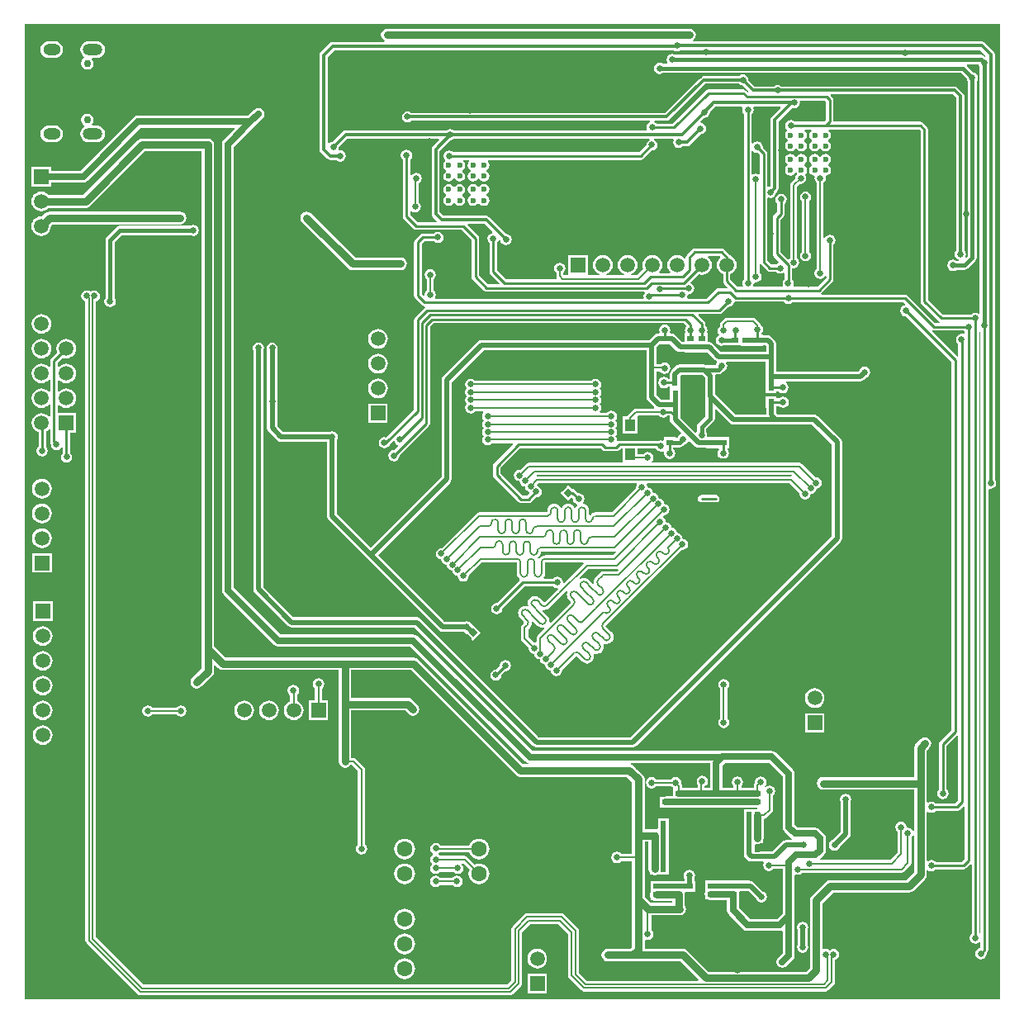
<source format=gbl>
G04*
G04 #@! TF.GenerationSoftware,Altium Limited,Altium Designer,21.1.1 (26)*
G04*
G04 Layer_Physical_Order=2*
G04 Layer_Color=16711680*
%FSLAX25Y25*%
%MOIN*%
G70*
G04*
G04 #@! TF.SameCoordinates,FB3CC9E6-9328-4A98-A2C4-C3437A6BD050*
G04*
G04*
G04 #@! TF.FilePolarity,Positive*
G04*
G01*
G75*
%ADD11C,0.01000*%
%ADD19C,0.00800*%
%ADD23R,0.02362X0.02559*%
%ADD29R,0.02559X0.02362*%
%ADD42R,0.03937X0.04921*%
%ADD119C,0.03000*%
%ADD120C,0.00900*%
%ADD121C,0.01800*%
%ADD122C,0.01200*%
%ADD123C,0.02800*%
%ADD124C,0.01400*%
%ADD125C,0.01600*%
%ADD126C,0.02000*%
%ADD128C,0.05906*%
%ADD129R,0.05906X0.05906*%
%ADD130R,0.05906X0.05906*%
%ADD131C,0.02362*%
%ADD132C,0.06299*%
%ADD133O,0.07874X0.04724*%
%ADD134O,0.07087X0.04724*%
%ADD135C,0.02953*%
%ADD136C,0.02500*%
%ADD137C,0.04500*%
G04:AMPARAMS|DCode=138|XSize=23.62mil|YSize=25.59mil|CornerRadius=0mil|HoleSize=0mil|Usage=FLASHONLY|Rotation=45.000|XOffset=0mil|YOffset=0mil|HoleType=Round|Shape=Rectangle|*
%AMROTATEDRECTD138*
4,1,4,0.00070,-0.01740,-0.01740,0.00070,-0.00070,0.01740,0.01740,-0.00070,0.00070,-0.01740,0.0*
%
%ADD138ROTATEDRECTD138*%

G04:AMPARAMS|DCode=139|XSize=23.62mil|YSize=25.59mil|CornerRadius=0mil|HoleSize=0mil|Usage=FLASHONLY|Rotation=315.000|XOffset=0mil|YOffset=0mil|HoleType=Round|Shape=Rectangle|*
%AMROTATEDRECTD139*
4,1,4,-0.01740,-0.00070,0.00070,0.01740,0.01740,0.00070,-0.00070,-0.01740,-0.01740,-0.00070,0.0*
%
%ADD139ROTATEDRECTD139*%

%ADD140C,0.02500*%
G36*
X393701D02*
X0D01*
Y393701D01*
X393701D01*
Y0D01*
D02*
G37*
%LPC*%
G36*
X12249Y386899D02*
X9887D01*
X9009Y386784D01*
X8192Y386445D01*
X7489Y385906D01*
X6950Y385203D01*
X6611Y384385D01*
X6496Y383508D01*
X6611Y382630D01*
X6950Y381812D01*
X7489Y381110D01*
X8192Y380571D01*
X9009Y380232D01*
X9887Y380117D01*
X12249D01*
X13127Y380232D01*
X13945Y380571D01*
X14647Y381110D01*
X15186Y381812D01*
X15525Y382630D01*
X15641Y383508D01*
X15525Y384385D01*
X15186Y385203D01*
X14647Y385906D01*
X13945Y386445D01*
X13127Y386784D01*
X12249Y386899D01*
D02*
G37*
G36*
X29100Y386899D02*
X25951D01*
X25073Y386783D01*
X24255Y386444D01*
X23553Y385905D01*
X23014Y385203D01*
X22675Y384385D01*
X22559Y383507D01*
X22675Y382630D01*
X23014Y381812D01*
X23553Y381109D01*
X24188Y380622D01*
X24240Y380331D01*
X24221Y380043D01*
X23653Y379663D01*
X23106Y378844D01*
X22914Y377878D01*
X23106Y376912D01*
X23653Y376093D01*
X24472Y375545D01*
X25438Y375353D01*
X26405Y375545D01*
X27224Y376093D01*
X27771Y376912D01*
X27963Y377878D01*
X27771Y378844D01*
X27255Y379616D01*
X27378Y380116D01*
X29100D01*
X29978Y380232D01*
X30796Y380571D01*
X31498Y381109D01*
X32037Y381812D01*
X32376Y382630D01*
X32491Y383507D01*
X32376Y384385D01*
X32037Y385203D01*
X31498Y385905D01*
X30796Y386444D01*
X29978Y386783D01*
X29100Y386899D01*
D02*
G37*
G36*
X12250Y352883D02*
X9888D01*
X9010Y352768D01*
X8192Y352429D01*
X7490Y351890D01*
X6951Y351188D01*
X6612Y350370D01*
X6496Y349492D01*
X6612Y348615D01*
X6951Y347797D01*
X7490Y347094D01*
X8192Y346555D01*
X9010Y346217D01*
X9888Y346101D01*
X12250D01*
X13127Y346217D01*
X13945Y346555D01*
X14648Y347094D01*
X15187Y347797D01*
X15526Y348615D01*
X15641Y349492D01*
X15526Y350370D01*
X15187Y351188D01*
X14648Y351890D01*
X13945Y352429D01*
X13127Y352768D01*
X12250Y352883D01*
D02*
G37*
G36*
X25438Y357647D02*
X24472Y357455D01*
X23653Y356907D01*
X23106Y356088D01*
X22914Y355122D01*
X23106Y354156D01*
X23653Y353337D01*
X24222Y352957D01*
X24240Y352667D01*
X24188Y352378D01*
X23552Y351890D01*
X23013Y351187D01*
X22674Y350370D01*
X22559Y349492D01*
X22674Y348614D01*
X23013Y347796D01*
X23552Y347094D01*
X24254Y346555D01*
X25072Y346216D01*
X25950Y346101D01*
X29100D01*
X29978Y346216D01*
X30795Y346555D01*
X31498Y347094D01*
X32037Y347796D01*
X32375Y348614D01*
X32491Y349492D01*
X32375Y350370D01*
X32037Y351187D01*
X31498Y351890D01*
X30795Y352429D01*
X29978Y352767D01*
X29100Y352883D01*
X27377D01*
X27255Y353383D01*
X27771Y354156D01*
X27963Y355122D01*
X27771Y356088D01*
X27224Y356907D01*
X26405Y357455D01*
X25438Y357647D01*
D02*
G37*
G36*
X152400Y391949D02*
X146500D01*
X145525Y391755D01*
X144698Y391202D01*
X144145Y390375D01*
X143951Y389400D01*
X144145Y388425D01*
X144698Y387598D01*
X145393Y387133D01*
X145241Y386633D01*
X124500D01*
X123837Y386501D01*
X123274Y386126D01*
X119574Y382426D01*
X119199Y381863D01*
X119067Y381200D01*
Y343200D01*
X119199Y342537D01*
X119574Y341974D01*
X122174Y339374D01*
X122174Y339374D01*
X122737Y338999D01*
X123400Y338867D01*
X123400Y338867D01*
X126044D01*
X126622Y338480D01*
X127500Y338306D01*
X128378Y338480D01*
X129122Y338978D01*
X129620Y339722D01*
X129794Y340600D01*
X129620Y341478D01*
X129122Y342222D01*
X128378Y342720D01*
X127500Y342894D01*
X127154Y342825D01*
X126956Y343053D01*
X126824Y343269D01*
X126985Y344078D01*
X130470Y347563D01*
X167283D01*
X167475Y347101D01*
X164847Y344473D01*
X164493Y343944D01*
X164369Y343319D01*
Y317100D01*
X164493Y316476D01*
X164847Y315947D01*
X166502Y314291D01*
X166310Y313829D01*
X158684D01*
X155779Y316734D01*
Y317993D01*
X156279Y318243D01*
X156822Y317881D01*
X157700Y317706D01*
X158578Y317881D01*
X159322Y318378D01*
X159819Y319122D01*
X159994Y320000D01*
X159819Y320878D01*
X159322Y321622D01*
X159127Y321752D01*
Y329414D01*
X159822Y329878D01*
X160319Y330622D01*
X160494Y331500D01*
X160319Y332378D01*
X159822Y333122D01*
X159078Y333619D01*
X158200Y333794D01*
X157322Y333619D01*
X156578Y333122D01*
X156279Y332676D01*
X155779Y332827D01*
Y339166D01*
X155872Y339228D01*
X156369Y339972D01*
X156544Y340850D01*
X156369Y341728D01*
X155872Y342472D01*
X155128Y342969D01*
X154250Y343144D01*
X153372Y342969D01*
X152628Y342472D01*
X152130Y341728D01*
X151956Y340850D01*
X152130Y339972D01*
X152628Y339228D01*
X152721Y339166D01*
Y316100D01*
X152837Y315515D01*
X153169Y315019D01*
X156969Y311219D01*
X157465Y310887D01*
X158050Y310771D01*
X176366D01*
X180471Y306666D01*
Y291800D01*
X180587Y291215D01*
X180919Y290719D01*
X185519Y286119D01*
X186015Y285787D01*
X186600Y285671D01*
X188600D01*
X250143Y285671D01*
X250410Y285171D01*
X250080Y284678D01*
X249906Y283800D01*
X249992Y283366D01*
X249675Y282979D01*
X165954D01*
X165718Y283420D01*
X165919Y283722D01*
X166094Y284600D01*
X165919Y285478D01*
X165422Y286222D01*
X165227Y286352D01*
Y290848D01*
X165422Y290978D01*
X165919Y291722D01*
X166094Y292600D01*
X165919Y293478D01*
X165422Y294222D01*
X164678Y294720D01*
X163800Y294894D01*
X162922Y294720D01*
X162178Y294222D01*
X161680Y293478D01*
X161506Y292600D01*
X161680Y291722D01*
X162178Y290978D01*
X162373Y290848D01*
Y286352D01*
X162178Y286222D01*
X161680Y285478D01*
X161506Y284600D01*
X161589Y284181D01*
X161128Y283934D01*
X160329Y284734D01*
Y305066D01*
X161420Y306157D01*
X165202D01*
X165264Y306064D01*
X166009Y305567D01*
X166887Y305393D01*
X167764Y305567D01*
X168509Y306064D01*
X169006Y306809D01*
X169181Y307687D01*
X169006Y308564D01*
X168509Y309309D01*
X167764Y309806D01*
X166887Y309981D01*
X166009Y309806D01*
X165264Y309309D01*
X165202Y309216D01*
X160787D01*
X160201Y309100D01*
X159705Y308768D01*
X157719Y306781D01*
X157387Y306285D01*
X157271Y305700D01*
Y284100D01*
X157387Y283515D01*
X157719Y283019D01*
X160369Y280369D01*
X160865Y280037D01*
X161450Y279921D01*
X161565D01*
X161717Y279421D01*
X161455Y279245D01*
X157655Y275445D01*
X157334Y274966D01*
X157222Y274400D01*
Y238166D01*
X146009Y226953D01*
X145300Y227094D01*
X144422Y226920D01*
X143678Y226422D01*
X143181Y225678D01*
X143006Y224800D01*
X143181Y223922D01*
X143678Y223178D01*
X144422Y222680D01*
X145300Y222506D01*
X146178Y222680D01*
X146922Y223178D01*
X147420Y223922D01*
X147484Y224247D01*
X148853Y225616D01*
X149331Y225470D01*
X149381Y225222D01*
X149878Y224478D01*
X150622Y223980D01*
X150766Y223952D01*
X150911Y223474D01*
X149309Y221872D01*
X149200Y221894D01*
X148322Y221720D01*
X147578Y221222D01*
X147081Y220478D01*
X146906Y219600D01*
X147081Y218722D01*
X147578Y217978D01*
X148322Y217480D01*
X149200Y217306D01*
X150078Y217480D01*
X150822Y217978D01*
X151320Y218722D01*
X151494Y219600D01*
X151472Y219709D01*
X163281Y231519D01*
X163613Y232015D01*
X163729Y232600D01*
Y271667D01*
X165134Y273071D01*
X266266D01*
X267130Y272207D01*
X267278Y271722D01*
X266780Y270978D01*
X266606Y270100D01*
X266740Y269428D01*
X266521Y268928D01*
X266521D01*
Y265439D01*
X265545D01*
X262769Y268215D01*
X262107Y268657D01*
X261327Y268812D01*
X261221D01*
X260780Y268954D01*
X260623Y269390D01*
X260608Y269454D01*
X260772Y270278D01*
X260597Y271156D01*
X260100Y271900D01*
X259356Y272397D01*
X258478Y272572D01*
X257600Y272397D01*
X256856Y271900D01*
X256359Y271156D01*
X256184Y270278D01*
X256348Y269454D01*
X256336Y269406D01*
X256221Y268954D01*
X255779Y268812D01*
X255673D01*
X254893Y268657D01*
X254231Y268215D01*
X252307Y266291D01*
X184552D01*
X183772Y266136D01*
X183110Y265694D01*
X168958Y251542D01*
X168516Y250880D01*
X168361Y250100D01*
Y210845D01*
X139850Y182334D01*
X126314Y195870D01*
Y226102D01*
X126394Y226222D01*
X126569Y227100D01*
X126394Y227978D01*
X125897Y228722D01*
X125152Y229220D01*
X124275Y229394D01*
X123397Y229220D01*
X123276Y229139D01*
X104445D01*
X102039Y231545D01*
Y240465D01*
X102119Y240585D01*
X102294Y241463D01*
X102119Y242341D01*
X102039Y242461D01*
Y262002D01*
X102119Y262122D01*
X102294Y263000D01*
X102119Y263878D01*
X101622Y264622D01*
X100878Y265120D01*
X100000Y265294D01*
X99122Y265120D01*
X98378Y264622D01*
X97881Y263878D01*
X97706Y263000D01*
X97881Y262122D01*
X97961Y262002D01*
Y242461D01*
X97881Y242341D01*
X97706Y241463D01*
X97881Y240585D01*
X97961Y240465D01*
Y230700D01*
X98116Y229920D01*
X98558Y229258D01*
X102158Y225658D01*
X102820Y225216D01*
X103600Y225061D01*
X122235D01*
Y195026D01*
X122390Y194245D01*
X122833Y193584D01*
X138408Y178008D01*
X167358Y149058D01*
X168020Y148616D01*
X168800Y148461D01*
X177550D01*
X177912Y148129D01*
X177912D01*
X181136Y144905D01*
X184221Y147989D01*
X180997Y151213D01*
X180997D01*
X180629Y151552D01*
X180247Y152122D01*
X179503Y152620D01*
X178625Y152794D01*
X177747Y152620D01*
X177627Y152539D01*
X169645D01*
X142734Y179450D01*
X171842Y208558D01*
X171842Y208558D01*
X172284Y209220D01*
X172439Y210000D01*
Y249255D01*
X185397Y262213D01*
X251113D01*
Y255000D01*
Y243148D01*
X251268Y242368D01*
X251710Y241706D01*
X254301Y239115D01*
X254110Y238653D01*
X246826D01*
X246826Y238653D01*
X246280Y238545D01*
X245817Y238235D01*
X245817Y238235D01*
X243529Y235947D01*
X243219Y235484D01*
X243196Y235368D01*
X241569D01*
Y228447D01*
X247506D01*
Y235368D01*
X247506Y235368D01*
X247674Y235799D01*
X256174D01*
X256304Y235604D01*
X257048Y235106D01*
X257926Y234932D01*
X258804Y235106D01*
X259548Y235604D01*
X259610Y235697D01*
X260340D01*
X260519Y235518D01*
Y233221D01*
X260898D01*
X261258Y232681D01*
X265149Y228790D01*
X264956Y228276D01*
X264278Y227822D01*
X263780Y227078D01*
X263717Y226756D01*
X263700Y226740D01*
X262680D01*
Y227030D01*
X258120D01*
Y225893D01*
X257620Y225597D01*
X256900Y225741D01*
X256022Y225566D01*
X255967Y225529D01*
X240022D01*
X239593Y225444D01*
X239361Y225587D01*
X239150Y225777D01*
X239194Y226000D01*
X239019Y226878D01*
X238554Y227575D01*
X239019Y228272D01*
X239194Y229150D01*
X239019Y230028D01*
X238554Y230724D01*
X239019Y231421D01*
X239194Y232299D01*
X239019Y233177D01*
X238554Y233874D01*
X239019Y234571D01*
X239194Y235449D01*
X239019Y236327D01*
X238522Y237071D01*
X237778Y237568D01*
X236900Y237743D01*
X236022Y237568D01*
X235278Y237071D01*
X235148Y236876D01*
X232437D01*
X232273Y237376D01*
X232704Y238022D01*
X232879Y238900D01*
X232704Y239778D01*
X232238Y240475D01*
X232704Y241172D01*
X232879Y242050D01*
X232704Y242928D01*
X232238Y243624D01*
X232704Y244321D01*
X232879Y245199D01*
X232704Y246077D01*
X232238Y246774D01*
X232704Y247471D01*
X232879Y248349D01*
X232704Y249227D01*
X232207Y249971D01*
X231462Y250468D01*
X230585Y250643D01*
X229707Y250468D01*
X228962Y249971D01*
X228832Y249776D01*
X181952D01*
X181822Y249971D01*
X181078Y250468D01*
X180200Y250643D01*
X179322Y250468D01*
X178578Y249971D01*
X178080Y249227D01*
X177906Y248349D01*
X178080Y247471D01*
X178546Y246774D01*
X178080Y246077D01*
X177906Y245199D01*
X178080Y244321D01*
X178546Y243624D01*
X178080Y242928D01*
X177906Y242050D01*
X178080Y241172D01*
X178546Y240475D01*
X178080Y239778D01*
X177906Y238900D01*
X178080Y238022D01*
X178578Y237278D01*
X179322Y236781D01*
X180200Y236606D01*
X181078Y236781D01*
X181822Y237278D01*
X181952Y237473D01*
X185147D01*
X185312Y236973D01*
X184880Y236327D01*
X184706Y235449D01*
X184880Y234571D01*
X185346Y233874D01*
X184880Y233177D01*
X184706Y232299D01*
X184880Y231421D01*
X185346Y230724D01*
X184880Y230028D01*
X184706Y229150D01*
X184880Y228272D01*
X185346Y227575D01*
X184880Y226878D01*
X184706Y226000D01*
X184880Y225122D01*
X185378Y224378D01*
X186122Y223881D01*
X187000Y223706D01*
X187878Y223881D01*
X188622Y224378D01*
X188752Y224573D01*
X197156D01*
X197348Y224111D01*
X189619Y216381D01*
X189287Y215885D01*
X189171Y215300D01*
Y211800D01*
X189287Y211215D01*
X189619Y210719D01*
X199519Y200819D01*
X200015Y200487D01*
X200600Y200371D01*
X203542D01*
X204127Y200487D01*
X204624Y200819D01*
X206533Y202728D01*
X206642Y202706D01*
X207520Y202881D01*
X208264Y203378D01*
X208762Y204122D01*
X208936Y205000D01*
X208762Y205878D01*
X208264Y206622D01*
X207520Y207119D01*
X207114Y207200D01*
X206949Y207743D01*
X207579Y208373D01*
X247027D01*
X247294Y207873D01*
X247130Y207628D01*
X246956Y206750D01*
X247002Y206520D01*
X237209Y196727D01*
X230700D01*
X230651Y196718D01*
X229969Y196628D01*
X229288Y196346D01*
X228703Y195897D01*
X228427Y195538D01*
X227927Y195708D01*
Y197346D01*
X227918Y197395D01*
X227828Y198077D01*
X227546Y198758D01*
X227097Y199343D01*
X226512Y199792D01*
X225831Y200074D01*
X225600Y200105D01*
X225506Y200245D01*
X225399Y200636D01*
X225819Y201265D01*
X225994Y202143D01*
X225819Y203021D01*
X225322Y203765D01*
X224578Y204262D01*
X223700Y204437D01*
X223591Y204415D01*
X222307Y205698D01*
X221811Y206030D01*
X221226Y206146D01*
X221178D01*
X219553Y207771D01*
X216329Y204547D01*
X219413Y201463D01*
X220815Y202865D01*
X221428Y202252D01*
X221406Y202143D01*
X221581Y201265D01*
X222078Y200521D01*
X222822Y200023D01*
X223097Y199969D01*
X223221Y199434D01*
X223103Y199343D01*
X222654Y198758D01*
X222571Y198557D01*
X222029D01*
X221946Y198758D01*
X221497Y199343D01*
X220912Y199792D01*
X220231Y200074D01*
X219549Y200164D01*
X219500Y200174D01*
X219451Y200164D01*
X218769Y200074D01*
X218088Y199792D01*
X217503Y199343D01*
X217054Y198758D01*
X216971Y198557D01*
X216429D01*
X216346Y198758D01*
X215897Y199343D01*
X215312Y199792D01*
X214631Y200074D01*
X213949Y200164D01*
X213900Y200174D01*
X213851Y200164D01*
X213169Y200074D01*
X212488Y199792D01*
X211903Y199343D01*
X211454Y198758D01*
X211172Y198077D01*
X211082Y197395D01*
X211073Y197346D01*
Y196743D01*
X211062Y196738D01*
X211057Y196727D01*
X183580D01*
X183033Y196619D01*
X182570Y196309D01*
X182570Y196309D01*
X168519Y182259D01*
X168290Y182304D01*
X167412Y182130D01*
X166668Y181632D01*
X166170Y180888D01*
X165996Y180010D01*
X166170Y179132D01*
X166668Y178388D01*
X167412Y177891D01*
X168234Y177727D01*
X168397Y176905D01*
X168895Y176161D01*
X169639Y175664D01*
X170461Y175500D01*
X170624Y174678D01*
X171122Y173934D01*
X171866Y173437D01*
X172688Y173273D01*
X172852Y172451D01*
X173349Y171707D01*
X174093Y171210D01*
X174915Y171046D01*
X175079Y170224D01*
X175576Y169480D01*
X176320Y168982D01*
X177198Y168808D01*
X178076Y168982D01*
X178820Y169480D01*
X179318Y170224D01*
X179492Y171102D01*
X179447Y171332D01*
X184588Y176473D01*
X198857D01*
X198862Y176462D01*
X198873Y176457D01*
Y171996D01*
X198882Y171948D01*
X198972Y171265D01*
X199254Y170584D01*
X199703Y170000D01*
X199887Y169858D01*
X199887Y169228D01*
X190731Y160072D01*
X190622Y160094D01*
X189744Y159920D01*
X188999Y159422D01*
X188502Y158678D01*
X188328Y157800D01*
X188502Y156922D01*
X188999Y156178D01*
X189744Y155681D01*
X190622Y155506D01*
X191499Y155681D01*
X192244Y156178D01*
X192741Y156922D01*
X192916Y157800D01*
X192894Y157909D01*
X201823Y166839D01*
X213376D01*
X213438Y166746D01*
X214183Y166249D01*
X215061Y166074D01*
X215170Y166096D01*
X215417Y165635D01*
X214791Y165009D01*
X214791Y165009D01*
X209926Y160145D01*
X209915Y160150D01*
X209905Y160145D01*
X208017Y162033D01*
X208017Y162033D01*
X208017Y162033D01*
X207975Y162061D01*
X207429Y162479D01*
X206748Y162762D01*
X206017Y162858D01*
X205286Y162762D01*
X204605Y162479D01*
X204059Y162061D01*
X204018Y162033D01*
X203990Y161992D01*
X203572Y161446D01*
X203289Y160765D01*
X203193Y160034D01*
X203289Y159303D01*
X203373Y159101D01*
X202990Y158718D01*
X202788Y158802D01*
X202058Y158898D01*
X201327Y158802D01*
X200645Y158520D01*
X200100Y158101D01*
X200058Y158073D01*
X200031Y158032D01*
X199612Y157486D01*
X199330Y156805D01*
X199233Y156074D01*
X199330Y155343D01*
X199612Y154662D01*
X200031Y154116D01*
X200058Y154075D01*
X200058Y154075D01*
X200058Y154075D01*
X200412Y153721D01*
X201608Y152525D01*
Y151827D01*
X200891Y151109D01*
X200581Y150646D01*
X200473Y150100D01*
X200473Y150100D01*
Y145800D01*
X200473Y145800D01*
X200581Y145254D01*
X200891Y144791D01*
X203602Y142079D01*
X203556Y141849D01*
X203731Y140972D01*
X204228Y140227D01*
X204973Y139730D01*
X205795Y139567D01*
X205958Y138744D01*
X206455Y138000D01*
X207200Y137503D01*
X208078Y137328D01*
X208138Y137340D01*
X208280Y136622D01*
X208778Y135878D01*
X209522Y135380D01*
X210251Y135236D01*
X210238Y135168D01*
X210413Y134290D01*
X210910Y133546D01*
X211654Y133049D01*
X212476Y132885D01*
X212640Y132063D01*
X213137Y131319D01*
X213881Y130822D01*
X214759Y130647D01*
X215637Y130822D01*
X216381Y131319D01*
X216879Y132063D01*
X217053Y132941D01*
X217007Y133173D01*
X220714Y136888D01*
X222324Y138501D01*
X223023Y138502D01*
X225074Y136455D01*
X225074Y136454D01*
X225074Y136454D01*
X225075Y136453D01*
X225120Y136423D01*
X225660Y136009D01*
X226341Y135727D01*
X227072Y135631D01*
X227803Y135727D01*
X228484Y136009D01*
X229033Y136431D01*
X229072Y136457D01*
X229073Y136458D01*
X229101Y136500D01*
X229518Y137043D01*
X229800Y137724D01*
X229896Y138455D01*
X229800Y139186D01*
X229715Y139391D01*
X230098Y139773D01*
X230297Y139691D01*
X231028Y139594D01*
X231759Y139691D01*
X232440Y139973D01*
X232989Y140394D01*
X233028Y140420D01*
X233029Y140422D01*
X233057Y140464D01*
X233474Y141007D01*
X233756Y141688D01*
X233852Y142419D01*
X233756Y143150D01*
X233671Y143354D01*
X234054Y143737D01*
X234253Y143655D01*
X234984Y143558D01*
X235715Y143655D01*
X236396Y143937D01*
X236945Y144358D01*
X236984Y144384D01*
X236985Y144385D01*
X237013Y144428D01*
X237429Y144970D01*
X237712Y145651D01*
X237808Y146382D01*
X237712Y147113D01*
X237429Y147795D01*
X237006Y148347D01*
X236981Y148384D01*
X234590Y150770D01*
X234594Y150781D01*
X234590Y150792D01*
X244937Y161160D01*
X265323Y181588D01*
X265567Y181539D01*
X266445Y181714D01*
X267189Y182211D01*
X267686Y182955D01*
X267861Y183833D01*
X267686Y184711D01*
X267189Y185455D01*
X266445Y185953D01*
X265623Y186116D01*
X265459Y186938D01*
X264962Y187682D01*
X264218Y188180D01*
X263425Y188338D01*
X263267Y189130D01*
X262770Y189874D01*
X262025Y190372D01*
X261167Y190543D01*
X260996Y191401D01*
X260499Y192145D01*
X259755Y192643D01*
X258933Y192806D01*
X258769Y193628D01*
X258272Y194372D01*
X257758Y194716D01*
X257670Y195210D01*
X258036Y195572D01*
X258158Y195547D01*
X259036Y195722D01*
X259781Y196219D01*
X260278Y196964D01*
X260453Y197842D01*
X260278Y198720D01*
X259781Y199464D01*
X259036Y199961D01*
X258214Y200125D01*
X258051Y200947D01*
X257554Y201691D01*
X256809Y202188D01*
X255987Y202352D01*
X255824Y203174D01*
X255326Y203918D01*
X254582Y204415D01*
X253760Y204579D01*
X253597Y205401D01*
X253099Y206145D01*
X252355Y206642D01*
X251533Y206806D01*
X251370Y207628D01*
X251206Y207873D01*
X251473Y208373D01*
X308909D01*
X312902Y204380D01*
X312856Y204150D01*
X313031Y203272D01*
X313528Y202528D01*
X314272Y202030D01*
X315150Y201856D01*
X316028Y202030D01*
X316772Y202528D01*
X317269Y203272D01*
X317433Y204094D01*
X318255Y204258D01*
X318999Y204755D01*
X319497Y205499D01*
X319660Y206321D01*
X320482Y206485D01*
X321226Y206982D01*
X321724Y207726D01*
X321898Y208604D01*
X321724Y209482D01*
X321226Y210226D01*
X320482Y210724D01*
X319604Y210898D01*
X319374Y210853D01*
X313918Y216309D01*
X313455Y216619D01*
X312908Y216727D01*
X312908Y216727D01*
X253392D01*
X253312Y216989D01*
X253267Y217227D01*
X253755Y217957D01*
X253929Y218835D01*
X253755Y219713D01*
X253258Y220458D01*
X252513Y220955D01*
X251635Y221129D01*
X250758Y220955D01*
X250013Y220458D01*
X249883Y220263D01*
X247506D01*
Y222471D01*
X254846D01*
X255278Y221824D01*
X256022Y221327D01*
X256900Y221152D01*
X257778Y221327D01*
X257824Y221358D01*
X258274Y221057D01*
X258152Y220446D01*
X258327Y219569D01*
X258824Y218824D01*
X259569Y218327D01*
X260447Y218152D01*
X261324Y218327D01*
X262069Y218824D01*
X262566Y219569D01*
X262740Y220446D01*
X262566Y221324D01*
X262069Y222069D01*
X261976Y222131D01*
Y222668D01*
X262680D01*
Y222865D01*
X264502D01*
X265244Y223012D01*
X265872Y223432D01*
X266456Y224017D01*
X266778Y224080D01*
X267522Y224578D01*
X267976Y225256D01*
X268490Y225449D01*
X270681Y223258D01*
X271343Y222816D01*
X272123Y222661D01*
X275321D01*
Y222646D01*
X280166D01*
X280246Y222564D01*
X280478Y222122D01*
X279980Y221378D01*
X279806Y220500D01*
X279980Y219622D01*
X280478Y218878D01*
X281222Y218380D01*
X282100Y218206D01*
X282978Y218380D01*
X283722Y218878D01*
X284220Y219622D01*
X284394Y220500D01*
X284220Y221378D01*
X283722Y222122D01*
X283954Y222564D01*
X284034Y222646D01*
X284380D01*
Y227008D01*
X275874D01*
X275556Y227394D01*
X275648Y227854D01*
X275473Y228732D01*
X275291Y229004D01*
Y230351D01*
X278170Y233230D01*
X278590Y233859D01*
X278737Y234600D01*
Y238026D01*
X279199Y238217D01*
X284658Y232758D01*
X285320Y232316D01*
X286100Y232161D01*
X286100Y232161D01*
X317955D01*
X325961Y224155D01*
Y187145D01*
X244755Y105939D01*
X207582D01*
X159780Y153742D01*
X159118Y154184D01*
X158338Y154339D01*
X108645D01*
X96466Y166518D01*
Y262002D01*
X96546Y262122D01*
X96721Y263000D01*
X96546Y263878D01*
X96049Y264622D01*
X95305Y265120D01*
X94427Y265294D01*
X93549Y265120D01*
X92805Y264622D01*
X92307Y263878D01*
X92133Y263000D01*
X92307Y262122D01*
X92388Y262002D01*
Y165673D01*
X92543Y164893D01*
X92985Y164231D01*
X106358Y150858D01*
X107020Y150416D01*
X107800Y150261D01*
X157493D01*
X205296Y102458D01*
X205957Y102016D01*
X206738Y101861D01*
X206738Y101861D01*
X245600D01*
X246380Y102016D01*
X247042Y102458D01*
X329442Y184858D01*
X329884Y185520D01*
X330039Y186300D01*
Y225000D01*
X329884Y225780D01*
X329442Y226442D01*
X329442Y226442D01*
X320242Y235642D01*
X319580Y236084D01*
X318800Y236239D01*
X304045D01*
X303412Y236871D01*
Y238920D01*
X303554D01*
Y239634D01*
X304579D01*
X304641Y239541D01*
X305385Y239043D01*
X306263Y238869D01*
X307141Y239043D01*
X307885Y239541D01*
X308382Y240285D01*
X308557Y241163D01*
X308382Y242041D01*
X307885Y242785D01*
X307141Y243282D01*
X306263Y243457D01*
X305385Y243282D01*
X304641Y242785D01*
X304579Y242692D01*
X303554D01*
Y243479D01*
X299192D01*
Y238920D01*
X299334D01*
Y236239D01*
X286945D01*
X278839Y244345D01*
Y251900D01*
X278824Y251976D01*
X279141Y252363D01*
X280000D01*
X280741Y252510D01*
X281370Y252930D01*
X281983Y253543D01*
X282305Y253607D01*
X283049Y254105D01*
X283546Y254849D01*
X283721Y255727D01*
X283546Y256605D01*
X283308Y256961D01*
X283576Y257461D01*
X299192D01*
Y253820D01*
Y249321D01*
Y244820D01*
X303554D01*
Y245539D01*
X304447D01*
X304509Y245446D01*
X305254Y244949D01*
X306132Y244774D01*
X307009Y244949D01*
X307754Y245446D01*
X308251Y246191D01*
X308426Y247069D01*
X308251Y247946D01*
X307754Y248691D01*
X307200Y249061D01*
X307351Y249561D01*
X337500D01*
X338280Y249716D01*
X338942Y250158D01*
X339936Y251152D01*
X340078Y251181D01*
X340822Y251678D01*
X341319Y252422D01*
X341494Y253300D01*
X341319Y254178D01*
X340822Y254922D01*
X340078Y255419D01*
X339200Y255594D01*
X338322Y255419D01*
X337578Y254922D01*
X337081Y254178D01*
X337052Y254036D01*
X336655Y253639D01*
X303554D01*
Y258380D01*
X303412D01*
Y264827D01*
X303257Y265607D01*
X302815Y266269D01*
X301496Y267588D01*
X300834Y268030D01*
X300054Y268186D01*
X298074D01*
Y268328D01*
X297409D01*
Y268936D01*
X297502Y268998D01*
X297999Y269743D01*
X298174Y270620D01*
X297999Y271498D01*
X297502Y272243D01*
X297249Y272411D01*
X297198Y272667D01*
X296889Y273130D01*
X296889Y273130D01*
X295209Y274809D01*
X294746Y275119D01*
X294200Y275227D01*
X294200Y275227D01*
X283500D01*
X283500Y275227D01*
X282954Y275119D01*
X282491Y274809D01*
X282491Y274809D01*
X281091Y273409D01*
X280781Y272946D01*
X280673Y272400D01*
X280673Y272400D01*
Y271752D01*
X280478Y271622D01*
X279980Y270878D01*
X279806Y270000D01*
X279980Y269122D01*
X280478Y268378D01*
X280155Y268029D01*
X279805Y267795D01*
X279307Y267051D01*
X279133Y266173D01*
X279307Y265295D01*
X279805Y264551D01*
X280549Y264054D01*
X281427Y263879D01*
X282305Y264054D01*
X282577Y264236D01*
X284521D01*
Y263992D01*
X289015D01*
Y263965D01*
X298074D01*
Y264107D01*
X299209D01*
X299334Y263982D01*
Y261539D01*
X281145D01*
X277842Y264842D01*
X277180Y265284D01*
X276400Y265439D01*
X275780D01*
Y268928D01*
X275719D01*
X275484Y269369D01*
X275519Y269422D01*
X275694Y270300D01*
X275519Y271178D01*
X275022Y271922D01*
X274929Y271984D01*
Y272800D01*
X274813Y273385D01*
X274481Y273881D01*
X272103Y276260D01*
X272295Y276722D01*
X280500D01*
X281066Y276834D01*
X281545Y277155D01*
X283930Y279540D01*
X284100Y279506D01*
X284978Y279680D01*
X285722Y280178D01*
X286220Y280922D01*
X286324Y281447D01*
X286421Y281531D01*
X286874Y281755D01*
X287300Y281671D01*
X306649D01*
X306778Y281478D01*
X307522Y280980D01*
X308400Y280806D01*
X309278Y280980D01*
X310022Y281478D01*
X310084Y281571D01*
X354867D01*
X355577Y280860D01*
X355413Y280317D01*
X354922Y280220D01*
X354178Y279722D01*
X353680Y278978D01*
X353506Y278100D01*
X353680Y277222D01*
X354178Y276478D01*
X354922Y275980D01*
X355800Y275806D01*
X355909Y275828D01*
X374271Y257467D01*
X374271Y108933D01*
X369619Y104281D01*
X369287Y103785D01*
X369171Y103200D01*
Y84884D01*
X369078Y84822D01*
X368581Y84078D01*
X368406Y83200D01*
X368581Y82322D01*
X369078Y81578D01*
X369822Y81081D01*
X370700Y80906D01*
X371578Y81081D01*
X372322Y81578D01*
X372819Y82322D01*
X372994Y83200D01*
X372819Y84078D01*
X372322Y84822D01*
X372229Y84884D01*
Y102567D01*
X376409Y106746D01*
X376871Y106554D01*
Y80334D01*
X375751Y79214D01*
X367799D01*
X367737Y79307D01*
X366993Y79804D01*
X366115Y79979D01*
X365237Y79804D01*
X364749Y79478D01*
X364249Y79746D01*
Y100544D01*
X365302Y101598D01*
X365855Y102425D01*
X366049Y103400D01*
X365855Y104376D01*
X365302Y105202D01*
X364475Y105755D01*
X363500Y105949D01*
X362525Y105755D01*
X361698Y105202D01*
X359898Y103402D01*
X359345Y102576D01*
X359151Y101600D01*
Y89849D01*
X322400D01*
X321425Y89655D01*
X320598Y89102D01*
X320045Y88275D01*
X319851Y87300D01*
X320045Y86325D01*
X320598Y85498D01*
X321425Y84945D01*
X322400Y84751D01*
X359151D01*
Y68276D01*
X358651Y68180D01*
X358222Y68822D01*
X357478Y69319D01*
X356600Y69494D01*
X356542Y69482D01*
X356036Y69892D01*
X355920Y70478D01*
X355422Y71222D01*
X354678Y71719D01*
X353800Y71894D01*
X352922Y71719D01*
X352178Y71222D01*
X351680Y70478D01*
X351506Y69600D01*
X351680Y68722D01*
X352178Y67978D01*
X352373Y67848D01*
Y59291D01*
X349409Y56327D01*
X321295D01*
X321088Y56827D01*
X322830Y58570D01*
X323361Y59364D01*
X323547Y60300D01*
Y65000D01*
X323361Y65936D01*
X322830Y66730D01*
X320830Y68730D01*
X320036Y69261D01*
X319100Y69447D01*
X312114D01*
X310947Y70614D01*
Y91100D01*
X310761Y92036D01*
X310230Y92830D01*
X303330Y99730D01*
X302536Y100261D01*
X301600Y100447D01*
X281700D01*
X281197Y100347D01*
X205014D01*
X158693Y146668D01*
X157899Y147198D01*
X156962Y147385D01*
X103576D01*
X84647Y166314D01*
Y344286D01*
X93030Y352670D01*
X93030Y352670D01*
X96130Y355770D01*
X96661Y356564D01*
X96847Y357500D01*
X96661Y358436D01*
X96130Y359230D01*
X95336Y359761D01*
X94400Y359947D01*
X93464Y359761D01*
X92670Y359230D01*
X90286Y356847D01*
X45900D01*
X44964Y356661D01*
X44170Y356130D01*
X22686Y334647D01*
X10753D01*
Y336153D01*
X2847D01*
Y328247D01*
X10753D01*
Y329753D01*
X23700D01*
X24636Y329939D01*
X25430Y330470D01*
X46914Y351953D01*
X84739D01*
X84930Y351491D01*
X80470Y347030D01*
X79939Y346236D01*
X79753Y345300D01*
Y165300D01*
X79939Y164364D01*
X80470Y163570D01*
X100832Y143207D01*
X101626Y142677D01*
X102562Y142491D01*
X155949D01*
X202270Y96170D01*
X203064Y95639D01*
X203517Y95549D01*
X203468Y95049D01*
X201300D01*
X158946Y137402D01*
X158119Y137955D01*
X157144Y138149D01*
X81056D01*
X76549Y142656D01*
Y311800D01*
Y345050D01*
X76355Y346025D01*
X75802Y346852D01*
X74976Y347405D01*
X74000Y347599D01*
X47550D01*
X46575Y347405D01*
X45748Y346852D01*
X23644Y324749D01*
X9826D01*
X9619Y325019D01*
X8793Y325653D01*
X7832Y326051D01*
X6800Y326187D01*
X5768Y326051D01*
X4807Y325653D01*
X3981Y325019D01*
X3347Y324193D01*
X2949Y323232D01*
X2813Y322200D01*
X2949Y321168D01*
X3347Y320207D01*
X3981Y319381D01*
X4807Y318747D01*
X5768Y318349D01*
X6800Y318213D01*
X7832Y318349D01*
X8793Y318747D01*
X9619Y319381D01*
X9826Y319651D01*
X24700D01*
X25675Y319845D01*
X26502Y320398D01*
X48606Y342501D01*
X71451D01*
Y311800D01*
Y141600D01*
Y133656D01*
X67798Y130002D01*
X67245Y129175D01*
X67051Y128200D01*
X67245Y127225D01*
X67798Y126398D01*
X68625Y125845D01*
X69600Y125651D01*
X70575Y125845D01*
X71402Y126398D01*
X75802Y130798D01*
X76355Y131624D01*
X76549Y132600D01*
Y134793D01*
X77011Y134984D01*
X78198Y133798D01*
X79024Y133245D01*
X80000Y133051D01*
X126851D01*
Y119300D01*
Y96200D01*
X127045Y95224D01*
X127598Y94398D01*
X128425Y93845D01*
X129400Y93651D01*
X130376Y93845D01*
X131202Y94398D01*
X131453Y94773D01*
X132209D01*
X134632Y92350D01*
Y62693D01*
X134437Y62563D01*
X133940Y61819D01*
X133765Y60941D01*
X133940Y60063D01*
X134437Y59319D01*
X135181Y58822D01*
X136059Y58647D01*
X136937Y58822D01*
X137681Y59319D01*
X138178Y60063D01*
X138353Y60941D01*
X138178Y61819D01*
X137681Y62563D01*
X137486Y62693D01*
Y92941D01*
X137486Y92941D01*
X137378Y93487D01*
X137068Y93950D01*
X137068Y93950D01*
X133809Y97209D01*
X133346Y97519D01*
X132800Y97627D01*
X132800Y97627D01*
X131949D01*
Y116751D01*
X153644D01*
X154998Y115398D01*
X155824Y114845D01*
X156800Y114651D01*
X157775Y114845D01*
X158602Y115398D01*
X159155Y116225D01*
X159349Y117200D01*
X159155Y118175D01*
X158602Y119002D01*
X156502Y121102D01*
X155675Y121655D01*
X154700Y121849D01*
X131949D01*
Y133051D01*
X156088D01*
X198442Y90698D01*
X199268Y90145D01*
X200244Y89951D01*
X243244D01*
X245251Y87944D01*
Y66300D01*
Y58803D01*
X240877D01*
X240747Y58998D01*
X240002Y59495D01*
X239124Y59670D01*
X238246Y59495D01*
X237502Y58998D01*
X237005Y58254D01*
X236830Y57376D01*
X237005Y56498D01*
X237502Y55753D01*
X238246Y55256D01*
X239124Y55081D01*
X240002Y55256D01*
X240747Y55753D01*
X240877Y55948D01*
X245251D01*
Y40200D01*
Y21256D01*
X244544Y20549D01*
X235500D01*
X234524Y20355D01*
X233698Y19802D01*
X233145Y18975D01*
X232951Y18000D01*
X233145Y17025D01*
X233698Y16198D01*
X234524Y15645D01*
X235500Y15451D01*
X264744D01*
X272106Y8089D01*
X271915Y7627D01*
X227091D01*
X223827Y10891D01*
Y27721D01*
X223827Y27721D01*
X223719Y28268D01*
X223409Y28731D01*
X223409Y28731D01*
X217731Y34409D01*
X217268Y34719D01*
X216721Y34827D01*
X216721Y34827D01*
X202879D01*
X202879Y34827D01*
X202332Y34719D01*
X201869Y34409D01*
X201869Y34409D01*
X196991Y29531D01*
X196681Y29068D01*
X196573Y28521D01*
X196573Y28521D01*
Y7791D01*
X194809Y6027D01*
X47991D01*
X28927Y25091D01*
Y281831D01*
X29178Y281880D01*
X29922Y282378D01*
X30419Y283122D01*
X30594Y284000D01*
X30419Y284878D01*
X29922Y285622D01*
X29178Y286120D01*
X28300Y286294D01*
X27422Y286120D01*
X26750Y285670D01*
X26078Y286120D01*
X25200Y286294D01*
X24322Y286120D01*
X23578Y285622D01*
X23080Y284878D01*
X22906Y284000D01*
X23080Y283122D01*
X23578Y282378D01*
X24322Y281880D01*
X24573Y281831D01*
Y23879D01*
X24573Y23879D01*
X24681Y23332D01*
X24991Y22869D01*
X45769Y2091D01*
X45769Y2091D01*
X46232Y1781D01*
X46779Y1673D01*
X46779Y1673D01*
X196021D01*
X196021Y1673D01*
X196568Y1781D01*
X197031Y2091D01*
X200509Y5569D01*
X200509Y5569D01*
X200819Y6032D01*
X200927Y6579D01*
X200927Y6579D01*
Y27309D01*
X204091Y30473D01*
X215509D01*
X219473Y26509D01*
Y9679D01*
X219473Y9679D01*
X219581Y9132D01*
X219891Y8669D01*
X224869Y3691D01*
X224869Y3691D01*
X225332Y3381D01*
X225879Y3273D01*
X225879Y3273D01*
X323421D01*
X323421Y3273D01*
X323968Y3381D01*
X324431Y3691D01*
X326809Y6069D01*
X326809Y6069D01*
X327119Y6532D01*
X327227Y7079D01*
X327227Y7079D01*
Y16131D01*
X327478Y16181D01*
X328222Y16678D01*
X328719Y17422D01*
X328894Y18300D01*
X328719Y19178D01*
X328222Y19922D01*
X327478Y20419D01*
X326600Y20594D01*
X325722Y20419D01*
X325050Y19970D01*
X324378Y20419D01*
X323500Y20594D01*
X322653Y20426D01*
X322546Y20427D01*
X322153Y20637D01*
Y38948D01*
X326356Y43151D01*
X357000D01*
X357976Y43345D01*
X358802Y43898D01*
X363502Y48598D01*
X364055Y49424D01*
X364249Y50400D01*
Y52029D01*
X364749Y52297D01*
X365222Y51981D01*
X366100Y51806D01*
X366978Y51981D01*
X367722Y52478D01*
X367784Y52571D01*
X379000D01*
X379585Y52687D01*
X380081Y53019D01*
X381871Y54808D01*
X382371Y54601D01*
Y26484D01*
X382278Y26422D01*
X381781Y25678D01*
X381606Y24800D01*
X381781Y23922D01*
X382278Y23178D01*
X383022Y22681D01*
X383900Y22506D01*
X384778Y22681D01*
X385471Y23143D01*
X385971Y23018D01*
Y20868D01*
X385222Y20719D01*
X384478Y20222D01*
X383980Y19478D01*
X383806Y18600D01*
X383980Y17722D01*
X384478Y16978D01*
X385222Y16480D01*
X386100Y16306D01*
X386978Y16480D01*
X387722Y16978D01*
X388219Y17722D01*
X388394Y18600D01*
X388372Y18709D01*
X388581Y18919D01*
X388913Y19415D01*
X389029Y20000D01*
Y205889D01*
X389529Y206299D01*
X390000Y206206D01*
X390878Y206381D01*
X391622Y206878D01*
X392120Y207622D01*
X392294Y208500D01*
X392120Y209378D01*
X391733Y209956D01*
Y270692D01*
X391783Y270944D01*
Y381450D01*
X391651Y382113D01*
X391276Y382676D01*
X387726Y386226D01*
X387163Y386601D01*
X386500Y386733D01*
X269909D01*
X269757Y387233D01*
X270302Y387598D01*
X270855Y388424D01*
X271049Y389400D01*
X270855Y390375D01*
X270302Y391202D01*
X269476Y391755D01*
X268500Y391949D01*
X152400D01*
X152400Y391949D01*
D02*
G37*
G36*
X62897Y318073D02*
X10124D01*
X9148Y317879D01*
X8321Y317326D01*
X7138Y316142D01*
X6800Y316187D01*
X5768Y316051D01*
X4807Y315653D01*
X3981Y315019D01*
X3347Y314193D01*
X2949Y313232D01*
X2813Y312200D01*
X2949Y311168D01*
X3347Y310207D01*
X3981Y309381D01*
X4807Y308747D01*
X5768Y308349D01*
X6800Y308213D01*
X7832Y308349D01*
X8793Y308747D01*
X9619Y309381D01*
X10253Y310207D01*
X10651Y311168D01*
X10787Y312200D01*
X10742Y312538D01*
X11179Y312975D01*
X62897D01*
X63872Y313169D01*
X64699Y313721D01*
X65252Y314548D01*
X65446Y315524D01*
X65252Y316499D01*
X64699Y317326D01*
X63872Y317879D01*
X62897Y318073D01*
D02*
G37*
G36*
X68200Y312794D02*
X67322Y312619D01*
X67049Y312437D01*
X38600D01*
X37859Y312290D01*
X37230Y311870D01*
X33230Y307870D01*
X32810Y307241D01*
X32663Y306500D01*
Y282951D01*
X32480Y282678D01*
X32306Y281800D01*
X32480Y280922D01*
X32978Y280178D01*
X33722Y279680D01*
X34600Y279506D01*
X35478Y279680D01*
X36222Y280178D01*
X36720Y280922D01*
X36894Y281800D01*
X36720Y282678D01*
X36537Y282951D01*
Y305698D01*
X39402Y308563D01*
X67049D01*
X67322Y308381D01*
X68200Y308206D01*
X69078Y308381D01*
X69822Y308878D01*
X70319Y309622D01*
X70494Y310500D01*
X70319Y311378D01*
X69822Y312122D01*
X69078Y312619D01*
X68200Y312794D01*
D02*
G37*
G36*
X113876Y318073D02*
X112901Y317879D01*
X112074Y317326D01*
X111521Y316499D01*
X111327Y315524D01*
X111521Y314548D01*
X112074Y313721D01*
X130598Y295198D01*
X131424Y294645D01*
X132400Y294451D01*
X151900D01*
X152875Y294645D01*
X153702Y295198D01*
X154255Y296024D01*
X154449Y297000D01*
X154255Y297975D01*
X153702Y298802D01*
X152875Y299355D01*
X151900Y299549D01*
X133456D01*
X115679Y317326D01*
X114852Y317879D01*
X113876Y318073D01*
D02*
G37*
G36*
X6900Y276787D02*
X5868Y276651D01*
X4907Y276253D01*
X4081Y275619D01*
X3447Y274793D01*
X3049Y273832D01*
X2913Y272800D01*
X3049Y271768D01*
X3447Y270807D01*
X4081Y269981D01*
X4907Y269347D01*
X5868Y268949D01*
X6900Y268813D01*
X7932Y268949D01*
X8893Y269347D01*
X9719Y269981D01*
X10353Y270807D01*
X10751Y271768D01*
X10887Y272800D01*
X10751Y273832D01*
X10353Y274793D01*
X9719Y275619D01*
X8893Y276253D01*
X7932Y276651D01*
X6900Y276787D01*
D02*
G37*
G36*
X142700Y270687D02*
X141668Y270551D01*
X140707Y270153D01*
X139881Y269519D01*
X139247Y268693D01*
X138849Y267732D01*
X138713Y266700D01*
X138849Y265668D01*
X139247Y264707D01*
X139881Y263881D01*
X140707Y263247D01*
X141668Y262849D01*
X142700Y262713D01*
X143732Y262849D01*
X144693Y263247D01*
X145519Y263881D01*
X146153Y264707D01*
X146551Y265668D01*
X146687Y266700D01*
X146551Y267732D01*
X146153Y268693D01*
X145519Y269519D01*
X144693Y270153D01*
X143732Y270551D01*
X142700Y270687D01*
D02*
G37*
G36*
X16900Y266787D02*
X15868Y266651D01*
X14907Y266253D01*
X14081Y265619D01*
X13447Y264793D01*
X13049Y263832D01*
X12913Y262800D01*
X13049Y261768D01*
X13262Y261253D01*
X10855Y258845D01*
X10534Y258366D01*
X10422Y257800D01*
Y255525D01*
X9922Y255355D01*
X9719Y255619D01*
X8893Y256253D01*
X7932Y256651D01*
X6900Y256787D01*
X5868Y256651D01*
X4907Y256253D01*
X4081Y255619D01*
X3447Y254793D01*
X3049Y253832D01*
X2913Y252800D01*
X3049Y251768D01*
X3447Y250807D01*
X4081Y249981D01*
X4907Y249347D01*
X5868Y248949D01*
X6900Y248813D01*
X7932Y248949D01*
X8893Y249347D01*
X9719Y249981D01*
X9922Y250245D01*
X10422Y250075D01*
Y245525D01*
X9922Y245355D01*
X9719Y245619D01*
X8893Y246253D01*
X7932Y246651D01*
X6900Y246787D01*
X5868Y246651D01*
X4907Y246253D01*
X4081Y245619D01*
X3447Y244793D01*
X3049Y243832D01*
X2913Y242800D01*
X3049Y241768D01*
X3447Y240807D01*
X4081Y239981D01*
X4907Y239347D01*
X5868Y238949D01*
X6900Y238813D01*
X7932Y238949D01*
X8893Y239347D01*
X9719Y239981D01*
X9922Y240245D01*
X10422Y240075D01*
Y235525D01*
X9922Y235355D01*
X9719Y235619D01*
X8893Y236253D01*
X7932Y236651D01*
X6900Y236787D01*
X5868Y236651D01*
X4907Y236253D01*
X4081Y235619D01*
X3447Y234793D01*
X3049Y233832D01*
X2913Y232800D01*
X3049Y231768D01*
X3447Y230807D01*
X4081Y229981D01*
X4907Y229347D01*
X5671Y229031D01*
Y223162D01*
X5578Y223100D01*
X5081Y222356D01*
X4906Y221478D01*
X5081Y220600D01*
X5578Y219856D01*
X6322Y219358D01*
X7200Y219184D01*
X8078Y219358D01*
X8822Y219856D01*
X9319Y220600D01*
X9494Y221478D01*
X9319Y222356D01*
X8822Y223100D01*
X8729Y223162D01*
Y229279D01*
X8893Y229347D01*
X9719Y229981D01*
X9922Y230245D01*
X10422Y230075D01*
Y225124D01*
X10534Y224559D01*
X10713Y224290D01*
X10668Y224062D01*
X10843Y223184D01*
X11340Y222440D01*
X12084Y221943D01*
X12962Y221768D01*
X13840Y221943D01*
X14584Y222440D01*
X14871Y222868D01*
X15371Y222717D01*
Y220611D01*
X14881Y219878D01*
X14706Y219000D01*
X14881Y218122D01*
X15378Y217378D01*
X16122Y216880D01*
X17000Y216706D01*
X17878Y216880D01*
X18622Y217378D01*
X19119Y218122D01*
X19294Y219000D01*
X19119Y219878D01*
X18622Y220622D01*
X18429Y220751D01*
Y228847D01*
X20853D01*
Y236753D01*
X13378D01*
Y240075D01*
X13878Y240245D01*
X14081Y239981D01*
X14907Y239347D01*
X15868Y238949D01*
X16900Y238813D01*
X17932Y238949D01*
X18893Y239347D01*
X19719Y239981D01*
X20353Y240807D01*
X20751Y241768D01*
X20887Y242800D01*
X20751Y243832D01*
X20353Y244793D01*
X19719Y245619D01*
X18893Y246253D01*
X17932Y246651D01*
X16900Y246787D01*
X15868Y246651D01*
X14907Y246253D01*
X14081Y245619D01*
X13878Y245355D01*
X13378Y245525D01*
Y250075D01*
X13878Y250245D01*
X14081Y249981D01*
X14907Y249347D01*
X15868Y248949D01*
X16900Y248813D01*
X17932Y248949D01*
X18893Y249347D01*
X19719Y249981D01*
X20353Y250807D01*
X20751Y251768D01*
X20887Y252800D01*
X20751Y253832D01*
X20353Y254793D01*
X19719Y255619D01*
X18893Y256253D01*
X17932Y256651D01*
X16900Y256787D01*
X15868Y256651D01*
X14907Y256253D01*
X14081Y255619D01*
X13878Y255355D01*
X13378Y255525D01*
Y257188D01*
X15353Y259162D01*
X15868Y258949D01*
X16900Y258813D01*
X17932Y258949D01*
X18893Y259347D01*
X19719Y259981D01*
X20353Y260807D01*
X20751Y261768D01*
X20887Y262800D01*
X20751Y263832D01*
X20353Y264793D01*
X19719Y265619D01*
X18893Y266253D01*
X17932Y266651D01*
X16900Y266787D01*
D02*
G37*
G36*
X6900D02*
X5868Y266651D01*
X4907Y266253D01*
X4081Y265619D01*
X3447Y264793D01*
X3049Y263832D01*
X2913Y262800D01*
X3049Y261768D01*
X3447Y260807D01*
X4081Y259981D01*
X4907Y259347D01*
X5868Y258949D01*
X6900Y258813D01*
X7932Y258949D01*
X8893Y259347D01*
X9719Y259981D01*
X10353Y260807D01*
X10751Y261768D01*
X10887Y262800D01*
X10751Y263832D01*
X10353Y264793D01*
X9719Y265619D01*
X8893Y266253D01*
X7932Y266651D01*
X6900Y266787D01*
D02*
G37*
G36*
X142700Y260687D02*
X141668Y260551D01*
X140707Y260153D01*
X139881Y259519D01*
X139247Y258693D01*
X138849Y257732D01*
X138713Y256700D01*
X138849Y255668D01*
X139247Y254707D01*
X139881Y253881D01*
X140707Y253247D01*
X141668Y252849D01*
X142700Y252713D01*
X143732Y252849D01*
X144693Y253247D01*
X145519Y253881D01*
X146153Y254707D01*
X146551Y255668D01*
X146687Y256700D01*
X146551Y257732D01*
X146153Y258693D01*
X145519Y259519D01*
X144693Y260153D01*
X143732Y260551D01*
X142700Y260687D01*
D02*
G37*
G36*
Y250687D02*
X141668Y250551D01*
X140707Y250153D01*
X139881Y249519D01*
X139247Y248693D01*
X138849Y247732D01*
X138713Y246700D01*
X138849Y245668D01*
X139247Y244707D01*
X139881Y243881D01*
X140707Y243247D01*
X141668Y242849D01*
X142700Y242713D01*
X143732Y242849D01*
X144693Y243247D01*
X145519Y243881D01*
X146153Y244707D01*
X146551Y245668D01*
X146687Y246700D01*
X146551Y247732D01*
X146153Y248693D01*
X145519Y249519D01*
X144693Y250153D01*
X143732Y250551D01*
X142700Y250687D01*
D02*
G37*
G36*
X146653Y240653D02*
X138747D01*
Y232747D01*
X146653D01*
Y240653D01*
D02*
G37*
G36*
X7100Y210287D02*
X6068Y210151D01*
X5107Y209753D01*
X4281Y209119D01*
X3647Y208293D01*
X3249Y207332D01*
X3113Y206300D01*
X3249Y205268D01*
X3647Y204307D01*
X4281Y203481D01*
X5107Y202847D01*
X6068Y202449D01*
X7100Y202313D01*
X8132Y202449D01*
X9093Y202847D01*
X9919Y203481D01*
X10553Y204307D01*
X10951Y205268D01*
X11087Y206300D01*
X10951Y207332D01*
X10553Y208293D01*
X9919Y209119D01*
X9093Y209753D01*
X8132Y210151D01*
X7100Y210287D01*
D02*
G37*
G36*
X279100Y203729D02*
X273400D01*
X272815Y203613D01*
X272319Y203281D01*
X271987Y202785D01*
X271871Y202200D01*
X271987Y201615D01*
X272319Y201119D01*
X272815Y200787D01*
X273400Y200671D01*
X279100D01*
X279685Y200787D01*
X280181Y201119D01*
X280513Y201615D01*
X280629Y202200D01*
X280513Y202785D01*
X280181Y203281D01*
X279685Y203613D01*
X279100Y203729D01*
D02*
G37*
G36*
X7100Y200287D02*
X6068Y200151D01*
X5107Y199753D01*
X4281Y199119D01*
X3647Y198293D01*
X3249Y197332D01*
X3113Y196300D01*
X3249Y195268D01*
X3647Y194307D01*
X4281Y193481D01*
X5107Y192847D01*
X6068Y192449D01*
X7100Y192313D01*
X8132Y192449D01*
X9093Y192847D01*
X9919Y193481D01*
X10553Y194307D01*
X10951Y195268D01*
X11087Y196300D01*
X10951Y197332D01*
X10553Y198293D01*
X9919Y199119D01*
X9093Y199753D01*
X8132Y200151D01*
X7100Y200287D01*
D02*
G37*
G36*
Y190287D02*
X6068Y190151D01*
X5107Y189753D01*
X4281Y189119D01*
X3647Y188293D01*
X3249Y187332D01*
X3113Y186300D01*
X3249Y185268D01*
X3647Y184307D01*
X4281Y183481D01*
X5107Y182847D01*
X6068Y182449D01*
X7100Y182313D01*
X8132Y182449D01*
X9093Y182847D01*
X9919Y183481D01*
X10553Y184307D01*
X10951Y185268D01*
X11087Y186300D01*
X10951Y187332D01*
X10553Y188293D01*
X9919Y189119D01*
X9093Y189753D01*
X8132Y190151D01*
X7100Y190287D01*
D02*
G37*
G36*
X11053Y180253D02*
X3147D01*
Y172347D01*
X11053D01*
Y180253D01*
D02*
G37*
G36*
X11353Y160753D02*
X3447D01*
Y152847D01*
X11353D01*
Y160753D01*
D02*
G37*
G36*
X7400Y150787D02*
X6368Y150651D01*
X5407Y150253D01*
X4581Y149619D01*
X3947Y148793D01*
X3549Y147832D01*
X3413Y146800D01*
X3549Y145768D01*
X3947Y144807D01*
X4581Y143981D01*
X5407Y143347D01*
X6368Y142949D01*
X7400Y142813D01*
X8432Y142949D01*
X9393Y143347D01*
X10219Y143981D01*
X10853Y144807D01*
X11251Y145768D01*
X11387Y146800D01*
X11251Y147832D01*
X10853Y148793D01*
X10219Y149619D01*
X9393Y150253D01*
X8432Y150651D01*
X7400Y150787D01*
D02*
G37*
G36*
X194200Y137094D02*
X193322Y136919D01*
X192578Y136422D01*
X192080Y135678D01*
X191906Y134800D01*
X191928Y134691D01*
X190493Y133256D01*
X190300Y133294D01*
X189422Y133119D01*
X188678Y132622D01*
X188180Y131878D01*
X188006Y131000D01*
X188180Y130122D01*
X188678Y129378D01*
X189422Y128881D01*
X190300Y128706D01*
X191178Y128881D01*
X191922Y129378D01*
X192420Y130122D01*
X192594Y131000D01*
X192589Y131026D01*
X194091Y132528D01*
X194200Y132506D01*
X195078Y132680D01*
X195822Y133178D01*
X196319Y133922D01*
X196494Y134800D01*
X196319Y135678D01*
X195822Y136422D01*
X195078Y136919D01*
X194200Y137094D01*
D02*
G37*
G36*
X7400Y140787D02*
X6368Y140651D01*
X5407Y140253D01*
X4581Y139619D01*
X3947Y138793D01*
X3549Y137832D01*
X3413Y136800D01*
X3549Y135768D01*
X3947Y134807D01*
X4581Y133981D01*
X5407Y133347D01*
X6368Y132949D01*
X7400Y132813D01*
X8432Y132949D01*
X9393Y133347D01*
X10219Y133981D01*
X10853Y134807D01*
X11251Y135768D01*
X11387Y136800D01*
X11251Y137832D01*
X10853Y138793D01*
X10219Y139619D01*
X9393Y140253D01*
X8432Y140651D01*
X7400Y140787D01*
D02*
G37*
G36*
Y130787D02*
X6368Y130651D01*
X5407Y130253D01*
X4581Y129619D01*
X3947Y128793D01*
X3549Y127832D01*
X3413Y126800D01*
X3549Y125768D01*
X3947Y124807D01*
X4581Y123981D01*
X5407Y123347D01*
X6368Y122949D01*
X7400Y122813D01*
X8432Y122949D01*
X9393Y123347D01*
X10219Y123981D01*
X10853Y124807D01*
X11251Y125768D01*
X11387Y126800D01*
X11251Y127832D01*
X10853Y128793D01*
X10219Y129619D01*
X9393Y130253D01*
X8432Y130651D01*
X7400Y130787D01*
D02*
G37*
G36*
X63200Y118794D02*
X62322Y118620D01*
X61578Y118122D01*
X61448Y117927D01*
X51652D01*
X51522Y118122D01*
X50778Y118620D01*
X49900Y118794D01*
X49022Y118620D01*
X48278Y118122D01*
X47780Y117378D01*
X47606Y116500D01*
X47780Y115622D01*
X48278Y114878D01*
X49022Y114381D01*
X49900Y114206D01*
X50778Y114381D01*
X51522Y114878D01*
X51652Y115073D01*
X61448D01*
X61578Y114878D01*
X62322Y114381D01*
X63200Y114206D01*
X64078Y114381D01*
X64822Y114878D01*
X65319Y115622D01*
X65494Y116500D01*
X65319Y117378D01*
X64822Y118122D01*
X64078Y118620D01*
X63200Y118794D01*
D02*
G37*
G36*
X319000Y125687D02*
X317968Y125551D01*
X317007Y125153D01*
X316181Y124519D01*
X315547Y123693D01*
X315149Y122732D01*
X315013Y121700D01*
X315149Y120668D01*
X315547Y119707D01*
X316181Y118881D01*
X317007Y118247D01*
X317968Y117849D01*
X319000Y117713D01*
X320032Y117849D01*
X320993Y118247D01*
X321819Y118881D01*
X322453Y119707D01*
X322851Y120668D01*
X322987Y121700D01*
X322851Y122732D01*
X322453Y123693D01*
X321819Y124519D01*
X320993Y125153D01*
X320032Y125551D01*
X319000Y125687D01*
D02*
G37*
G36*
X118700Y129694D02*
X117822Y129519D01*
X117078Y129022D01*
X116580Y128278D01*
X116406Y127400D01*
X116580Y126522D01*
X117078Y125778D01*
X117273Y125648D01*
Y120753D01*
X114747D01*
Y112847D01*
X122653D01*
Y120753D01*
X120127D01*
Y125648D01*
X120322Y125778D01*
X120819Y126522D01*
X120994Y127400D01*
X120819Y128278D01*
X120322Y129022D01*
X119578Y129519D01*
X118700Y129694D01*
D02*
G37*
G36*
X108600Y127094D02*
X107722Y126919D01*
X106978Y126422D01*
X106481Y125678D01*
X106306Y124800D01*
X106481Y123922D01*
X106978Y123178D01*
X107273Y122981D01*
Y120487D01*
X106707Y120253D01*
X105881Y119619D01*
X105247Y118793D01*
X104849Y117832D01*
X104713Y116800D01*
X104849Y115768D01*
X105247Y114807D01*
X105881Y113981D01*
X106707Y113347D01*
X107668Y112949D01*
X108700Y112813D01*
X109732Y112949D01*
X110693Y113347D01*
X111519Y113981D01*
X112153Y114807D01*
X112551Y115768D01*
X112687Y116800D01*
X112551Y117832D01*
X112153Y118793D01*
X111519Y119619D01*
X110693Y120253D01*
X110127Y120487D01*
Y123115D01*
X110222Y123178D01*
X110720Y123922D01*
X110894Y124800D01*
X110720Y125678D01*
X110222Y126422D01*
X109478Y126919D01*
X108600Y127094D01*
D02*
G37*
G36*
X98700Y120787D02*
X97668Y120651D01*
X96707Y120253D01*
X95881Y119619D01*
X95247Y118793D01*
X94849Y117832D01*
X94713Y116800D01*
X94849Y115768D01*
X95247Y114807D01*
X95881Y113981D01*
X96707Y113347D01*
X97668Y112949D01*
X98700Y112813D01*
X99732Y112949D01*
X100693Y113347D01*
X101519Y113981D01*
X102153Y114807D01*
X102551Y115768D01*
X102687Y116800D01*
X102551Y117832D01*
X102153Y118793D01*
X101519Y119619D01*
X100693Y120253D01*
X99732Y120651D01*
X98700Y120787D01*
D02*
G37*
G36*
X88700D02*
X87668Y120651D01*
X86707Y120253D01*
X85881Y119619D01*
X85247Y118793D01*
X84849Y117832D01*
X84713Y116800D01*
X84849Y115768D01*
X85247Y114807D01*
X85881Y113981D01*
X86707Y113347D01*
X87668Y112949D01*
X88700Y112813D01*
X89732Y112949D01*
X90693Y113347D01*
X91519Y113981D01*
X92153Y114807D01*
X92551Y115768D01*
X92687Y116800D01*
X92551Y117832D01*
X92153Y118793D01*
X91519Y119619D01*
X90693Y120253D01*
X89732Y120651D01*
X88700Y120787D01*
D02*
G37*
G36*
X7400D02*
X6368Y120651D01*
X5407Y120253D01*
X4581Y119619D01*
X3947Y118793D01*
X3549Y117832D01*
X3413Y116800D01*
X3549Y115768D01*
X3947Y114807D01*
X4581Y113981D01*
X5407Y113347D01*
X6368Y112949D01*
X7400Y112813D01*
X8432Y112949D01*
X9393Y113347D01*
X10219Y113981D01*
X10853Y114807D01*
X11251Y115768D01*
X11387Y116800D01*
X11251Y117832D01*
X10853Y118793D01*
X10219Y119619D01*
X9393Y120253D01*
X8432Y120651D01*
X7400Y120787D01*
D02*
G37*
G36*
X282300Y129494D02*
X281422Y129320D01*
X280678Y128822D01*
X280181Y128078D01*
X280006Y127200D01*
X280181Y126322D01*
X280678Y125578D01*
X280873Y125448D01*
Y113652D01*
X280678Y113522D01*
X280181Y112778D01*
X280006Y111900D01*
X280181Y111022D01*
X280678Y110278D01*
X281422Y109781D01*
X282300Y109606D01*
X283178Y109781D01*
X283922Y110278D01*
X284419Y111022D01*
X284594Y111900D01*
X284419Y112778D01*
X283922Y113522D01*
X283727Y113652D01*
Y125448D01*
X283922Y125578D01*
X284419Y126322D01*
X284594Y127200D01*
X284419Y128078D01*
X283922Y128822D01*
X283178Y129320D01*
X282300Y129494D01*
D02*
G37*
G36*
X322953Y115653D02*
X315047D01*
Y107747D01*
X322953D01*
Y115653D01*
D02*
G37*
G36*
X7400Y110787D02*
X6368Y110651D01*
X5407Y110253D01*
X4581Y109619D01*
X3947Y108793D01*
X3549Y107832D01*
X3413Y106800D01*
X3549Y105768D01*
X3947Y104807D01*
X4581Y103981D01*
X5407Y103347D01*
X6368Y102949D01*
X7400Y102813D01*
X8432Y102949D01*
X9393Y103347D01*
X10219Y103981D01*
X10853Y104807D01*
X11251Y105768D01*
X11387Y106800D01*
X11251Y107832D01*
X10853Y108793D01*
X10219Y109619D01*
X9393Y110253D01*
X8432Y110651D01*
X7400Y110787D01*
D02*
G37*
G36*
X183500Y64985D02*
X182417Y64843D01*
X181407Y64425D01*
X180541Y63759D01*
X179875Y62893D01*
X179600Y62227D01*
X167986D01*
X167722Y62622D01*
X166978Y63119D01*
X166100Y63294D01*
X165222Y63119D01*
X164478Y62622D01*
X163980Y61878D01*
X163806Y61000D01*
X163980Y60122D01*
X164478Y59378D01*
X164893Y59101D01*
Y58499D01*
X164478Y58222D01*
X163980Y57478D01*
X163806Y56600D01*
X163980Y55722D01*
X164478Y54978D01*
Y54689D01*
X164378Y54622D01*
X163881Y53878D01*
X163706Y53000D01*
X163881Y52122D01*
X164378Y51378D01*
X165122Y50880D01*
X166000Y50706D01*
X166878Y50880D01*
X167622Y51378D01*
X167752Y51573D01*
X173219D01*
X173349Y51378D01*
X174093Y50880D01*
X174971Y50706D01*
X175849Y50880D01*
X176593Y51378D01*
X177091Y52122D01*
X177265Y53000D01*
X177091Y53878D01*
X176593Y54622D01*
X176594Y54625D01*
X176741Y55099D01*
X177136Y55145D01*
X179733Y52548D01*
X179457Y51883D01*
X179315Y50800D01*
X179457Y49717D01*
X179875Y48707D01*
X180541Y47840D01*
X181407Y47175D01*
X182417Y46757D01*
X183500Y46615D01*
X184583Y46757D01*
X185593Y47175D01*
X186460Y47840D01*
X187125Y48707D01*
X187543Y49717D01*
X187685Y50800D01*
X187543Y51883D01*
X187125Y52893D01*
X186460Y53759D01*
X185593Y54425D01*
X184583Y54843D01*
X183500Y54985D01*
X182417Y54843D01*
X181752Y54567D01*
X178709Y57609D01*
X178246Y57919D01*
X177700Y58027D01*
X177700Y58027D01*
X167852D01*
X167722Y58222D01*
X167307Y58499D01*
Y59101D01*
X167714Y59373D01*
X179600D01*
X179875Y58707D01*
X180541Y57841D01*
X181407Y57175D01*
X182417Y56757D01*
X183500Y56615D01*
X184583Y56757D01*
X185593Y57175D01*
X186460Y57841D01*
X187125Y58707D01*
X187543Y59717D01*
X187685Y60800D01*
X187543Y61883D01*
X187125Y62893D01*
X186460Y63759D01*
X185593Y64425D01*
X184583Y64843D01*
X183500Y64985D01*
D02*
G37*
G36*
X331474Y83120D02*
X330596Y82946D01*
X329852Y82448D01*
X329355Y81704D01*
X329180Y80826D01*
X329355Y79948D01*
X329435Y79828D01*
Y67719D01*
X326264Y64548D01*
X326122Y64519D01*
X325378Y64022D01*
X324881Y63278D01*
X324706Y62400D01*
X324881Y61522D01*
X325378Y60778D01*
X326122Y60281D01*
X327000Y60106D01*
X327878Y60281D01*
X328622Y60778D01*
X329119Y61522D01*
X329148Y61664D01*
X332916Y65432D01*
X333358Y66094D01*
X333513Y66874D01*
Y79828D01*
X333593Y79948D01*
X333768Y80826D01*
X333593Y81704D01*
X333096Y82448D01*
X332352Y82946D01*
X331474Y83120D01*
D02*
G37*
G36*
X153500Y64985D02*
X152417Y64843D01*
X151407Y64425D01*
X150540Y63759D01*
X149875Y62893D01*
X149457Y61883D01*
X149315Y60800D01*
X149457Y59717D01*
X149875Y58707D01*
X150540Y57841D01*
X151407Y57175D01*
X152417Y56757D01*
X153500Y56615D01*
X154583Y56757D01*
X155593Y57175D01*
X156459Y57841D01*
X157125Y58707D01*
X157543Y59717D01*
X157685Y60800D01*
X157543Y61883D01*
X157125Y62893D01*
X156459Y63759D01*
X155593Y64425D01*
X154583Y64843D01*
X153500Y64985D01*
D02*
G37*
G36*
X174600Y49994D02*
X173722Y49819D01*
X172978Y49322D01*
X172848Y49127D01*
X167752D01*
X167622Y49322D01*
X166878Y49819D01*
X166000Y49994D01*
X165122Y49819D01*
X164378Y49322D01*
X163881Y48578D01*
X163706Y47700D01*
X163881Y46822D01*
X164378Y46078D01*
X165122Y45581D01*
X166000Y45406D01*
X166878Y45581D01*
X167622Y46078D01*
X167752Y46273D01*
X172848D01*
X172978Y46078D01*
X173722Y45581D01*
X174600Y45406D01*
X175478Y45581D01*
X176222Y46078D01*
X176719Y46822D01*
X176894Y47700D01*
X176719Y48578D01*
X176222Y49322D01*
X175478Y49819D01*
X174600Y49994D01*
D02*
G37*
G36*
X153500Y54985D02*
X152417Y54843D01*
X151407Y54425D01*
X150540Y53759D01*
X149875Y52893D01*
X149457Y51883D01*
X149315Y50800D01*
X149457Y49717D01*
X149875Y48707D01*
X150540Y47840D01*
X151407Y47175D01*
X152417Y46757D01*
X153500Y46615D01*
X154583Y46757D01*
X155593Y47175D01*
X156459Y47840D01*
X157125Y48707D01*
X157543Y49717D01*
X157685Y50800D01*
X157543Y51883D01*
X157125Y52893D01*
X156459Y53759D01*
X155593Y54425D01*
X154583Y54843D01*
X153500Y54985D01*
D02*
G37*
G36*
Y36685D02*
X152417Y36543D01*
X151407Y36125D01*
X150540Y35460D01*
X149875Y34593D01*
X149457Y33583D01*
X149315Y32500D01*
X149457Y31417D01*
X149875Y30407D01*
X150540Y29541D01*
X151407Y28875D01*
X152417Y28457D01*
X153500Y28315D01*
X154583Y28457D01*
X155593Y28875D01*
X156459Y29541D01*
X157125Y30407D01*
X157543Y31417D01*
X157685Y32500D01*
X157543Y33583D01*
X157125Y34593D01*
X156459Y35460D01*
X155593Y36125D01*
X154583Y36543D01*
X153500Y36685D01*
D02*
G37*
G36*
Y26685D02*
X152417Y26543D01*
X151407Y26125D01*
X150540Y25460D01*
X149875Y24593D01*
X149457Y23583D01*
X149315Y22500D01*
X149457Y21417D01*
X149875Y20407D01*
X150540Y19541D01*
X151407Y18875D01*
X152417Y18457D01*
X153500Y18315D01*
X154583Y18457D01*
X155593Y18875D01*
X156459Y19541D01*
X157125Y20407D01*
X157543Y21417D01*
X157685Y22500D01*
X157543Y23583D01*
X157125Y24593D01*
X156459Y25460D01*
X155593Y26125D01*
X154583Y26543D01*
X153500Y26685D01*
D02*
G37*
G36*
X207000Y20587D02*
X205968Y20451D01*
X205007Y20053D01*
X204181Y19419D01*
X203547Y18593D01*
X203149Y17632D01*
X203013Y16600D01*
X203149Y15568D01*
X203547Y14607D01*
X204181Y13781D01*
X205007Y13147D01*
X205968Y12749D01*
X207000Y12613D01*
X208032Y12749D01*
X208993Y13147D01*
X209819Y13781D01*
X210453Y14607D01*
X210851Y15568D01*
X210987Y16600D01*
X210851Y17632D01*
X210453Y18593D01*
X209819Y19419D01*
X208993Y20053D01*
X208032Y20451D01*
X207000Y20587D01*
D02*
G37*
G36*
X153500Y16685D02*
X152417Y16543D01*
X151407Y16125D01*
X150540Y15460D01*
X149875Y14593D01*
X149457Y13583D01*
X149315Y12500D01*
X149457Y11417D01*
X149875Y10407D01*
X150540Y9540D01*
X151407Y8875D01*
X152417Y8457D01*
X153500Y8315D01*
X154583Y8457D01*
X155593Y8875D01*
X156459Y9540D01*
X157125Y10407D01*
X157543Y11417D01*
X157685Y12500D01*
X157543Y13583D01*
X157125Y14593D01*
X156459Y15460D01*
X155593Y16125D01*
X154583Y16543D01*
X153500Y16685D01*
D02*
G37*
G36*
X210953Y10553D02*
X203047D01*
Y2647D01*
X210953D01*
Y10553D01*
D02*
G37*
%LPD*%
G36*
X388114Y380935D02*
X388067Y380763D01*
X387511Y380628D01*
X387370Y380770D01*
X386741Y381190D01*
X386000Y381337D01*
X262651D01*
X262378Y381520D01*
X261500Y381694D01*
X260622Y381520D01*
X259878Y381022D01*
X259381Y380278D01*
X259206Y379400D01*
X259381Y378522D01*
X259592Y378205D01*
X259325Y377705D01*
X257733D01*
X257308Y377990D01*
X256430Y378164D01*
X255552Y377990D01*
X254808Y377492D01*
X254310Y376748D01*
X254136Y375870D01*
X254310Y374992D01*
X254808Y374248D01*
X255552Y373751D01*
X256430Y373576D01*
X257308Y373751D01*
X257733Y374035D01*
X289653D01*
X289702Y373535D01*
X289122Y373419D01*
X288392Y372931D01*
X274200D01*
X273576Y372807D01*
X273046Y372453D01*
X258574Y357981D01*
X156258D01*
X155528Y358470D01*
X154650Y358644D01*
X153772Y358470D01*
X153028Y357972D01*
X152531Y357228D01*
X152356Y356350D01*
X152531Y355472D01*
X153028Y354728D01*
X153772Y354230D01*
X154650Y354056D01*
X155528Y354230D01*
X156258Y354719D01*
X252469D01*
X252522Y354220D01*
X251778Y353722D01*
X251280Y352978D01*
X251106Y352100D01*
X251260Y351326D01*
X250990Y350826D01*
X173484D01*
X172753Y351314D01*
X171875Y351489D01*
X170997Y351314D01*
X170267Y350826D01*
X129795D01*
X129170Y350702D01*
X128641Y350348D01*
X124678Y346385D01*
X123817Y346214D01*
X123072Y345717D01*
X123033Y345658D01*
X122533Y345810D01*
Y380482D01*
X125218Y383167D01*
X262034D01*
X262462Y382880D01*
X263340Y382706D01*
X264218Y382880D01*
X264795Y383267D01*
X385782D01*
X388114Y380935D01*
D02*
G37*
G36*
X289122Y369180D02*
X289984Y369009D01*
X292189Y366804D01*
X292024Y366262D01*
X292005Y366258D01*
X291281Y366981D01*
X290785Y367313D01*
X290200Y367429D01*
X276000D01*
X275415Y367313D01*
X274919Y366981D01*
X261566Y353629D01*
X255084D01*
X255022Y353722D01*
X254278Y354220D01*
X254331Y354719D01*
X259250D01*
X259874Y354843D01*
X260403Y355196D01*
X274876Y369669D01*
X288392D01*
X289122Y369180D01*
D02*
G37*
G36*
X323571Y362467D02*
Y355134D01*
X322780Y354343D01*
X311098D01*
X311035Y354435D01*
X310291Y354933D01*
X309413Y355107D01*
X308536Y354933D01*
X307791Y354435D01*
X307294Y353691D01*
X307119Y352813D01*
X307294Y351936D01*
X307762Y351236D01*
X307819Y351071D01*
X307819Y350673D01*
X307644Y350556D01*
X307162Y349834D01*
X306993Y348984D01*
X307162Y348132D01*
X307644Y347411D01*
X308146Y347076D01*
Y346502D01*
X307644Y346166D01*
X307162Y345445D01*
X306993Y344594D01*
X307162Y343743D01*
X307644Y343021D01*
X308366Y342539D01*
X309216Y342370D01*
X310068Y342539D01*
X310789Y343021D01*
X311124Y343523D01*
X311698D01*
X312034Y343021D01*
X312755Y342539D01*
X313606Y342370D01*
X314457Y342539D01*
X315179Y343021D01*
X315661Y343743D01*
X315830Y344594D01*
X315661Y345445D01*
X315179Y346166D01*
X314677Y346502D01*
Y347076D01*
X315179Y347411D01*
X315661Y348132D01*
X315830Y348984D01*
X315661Y349834D01*
X315179Y350556D01*
X314838Y350784D01*
X314989Y351284D01*
X317617D01*
X317769Y350784D01*
X317427Y350556D01*
X316945Y349834D01*
X316776Y348984D01*
X316945Y348132D01*
X317427Y347411D01*
X317930Y347076D01*
Y346502D01*
X317427Y346166D01*
X316945Y345445D01*
X316776Y344594D01*
X316945Y343743D01*
X317427Y343021D01*
X318149Y342539D01*
X319000Y342370D01*
X319851Y342539D01*
X320572Y343021D01*
X320908Y343523D01*
X321482D01*
X321817Y343021D01*
X322539Y342539D01*
X323390Y342370D01*
X324241Y342539D01*
X324962Y343021D01*
X325444Y343743D01*
X325614Y344594D01*
X325444Y345445D01*
X324962Y346166D01*
X324460Y346502D01*
Y347076D01*
X324962Y347411D01*
X325444Y348132D01*
X325614Y348984D01*
X325444Y349834D01*
X324962Y350556D01*
X324621Y350784D01*
X324773Y351284D01*
X361053D01*
X361671Y350666D01*
Y281900D01*
X361787Y281315D01*
X362119Y280819D01*
X369019Y273919D01*
X369451Y273629D01*
X369449Y273383D01*
X369368Y273129D01*
X367634D01*
X356581Y284181D01*
X356085Y284513D01*
X355500Y284629D01*
X321710D01*
X321558Y285129D01*
X321745Y285255D01*
X326207Y289716D01*
X326527Y290196D01*
X326640Y290761D01*
Y304656D01*
X326822Y304778D01*
X327320Y305522D01*
X327494Y306400D01*
X327320Y307278D01*
X326822Y308022D01*
X326078Y308520D01*
X325200Y308694D01*
X324322Y308520D01*
X323578Y308022D01*
X323152Y307385D01*
X322652Y307490D01*
Y329872D01*
X322847Y330002D01*
X323344Y330747D01*
X323518Y331624D01*
X323422Y332109D01*
X323790Y332666D01*
X324241Y332756D01*
X324962Y333238D01*
X325444Y333959D01*
X325614Y334810D01*
X325444Y335661D01*
X324962Y336383D01*
X324460Y336718D01*
Y337292D01*
X324962Y337628D01*
X325444Y338349D01*
X325614Y339200D01*
X325444Y340051D01*
X324962Y340773D01*
X324241Y341255D01*
X323390Y341424D01*
X322539Y341255D01*
X321817Y340773D01*
X321482Y340270D01*
X320908D01*
X320572Y340773D01*
X319851Y341255D01*
X319000Y341424D01*
X318149Y341255D01*
X317427Y340773D01*
X316945Y340051D01*
X316776Y339200D01*
X316945Y338349D01*
X317427Y337628D01*
X317930Y337292D01*
Y336718D01*
X317427Y336383D01*
X316945Y335661D01*
X316776Y334810D01*
X316945Y333959D01*
X317427Y333238D01*
X318149Y332756D01*
X318652Y332656D01*
X319026Y332126D01*
X319027Y332110D01*
X318930Y331624D01*
X319105Y330747D01*
X319602Y330002D01*
X319797Y329872D01*
Y294877D01*
X319602Y294747D01*
X319105Y294002D01*
X318930Y293124D01*
X319105Y292247D01*
X319602Y291502D01*
X320346Y291005D01*
X321224Y290830D01*
X322102Y291005D01*
X322847Y291502D01*
X323183Y292006D01*
X323683Y291854D01*
Y291374D01*
X320088Y287778D01*
X310587D01*
X310351Y288219D01*
X310420Y288322D01*
X310594Y289200D01*
X310420Y290078D01*
X309929Y290811D01*
Y294999D01*
X310316Y295316D01*
X310500Y295279D01*
X311378Y295454D01*
X312122Y295951D01*
X312619Y296695D01*
X312794Y297573D01*
X312619Y298451D01*
X312122Y299195D01*
X311927Y299325D01*
Y328109D01*
X313121Y329302D01*
X313350Y329256D01*
X314228Y329431D01*
X314973Y329928D01*
X315470Y330673D01*
X315645Y331550D01*
X315470Y332428D01*
X315122Y332950D01*
X315179Y333238D01*
X315661Y333959D01*
X315830Y334810D01*
X315661Y335661D01*
X315179Y336383D01*
X314677Y336718D01*
Y337292D01*
X315179Y337628D01*
X315661Y338349D01*
X315830Y339200D01*
X315661Y340051D01*
X315179Y340773D01*
X314457Y341255D01*
X313606Y341424D01*
X312755Y341255D01*
X312034Y340773D01*
X311698Y340270D01*
X311124D01*
X310789Y340773D01*
X310068Y341255D01*
X309216Y341424D01*
X308366Y341255D01*
X307644Y340773D01*
X307162Y340051D01*
X306993Y339200D01*
X307162Y338349D01*
X307644Y337628D01*
X308146Y337292D01*
Y336718D01*
X307644Y336383D01*
X307162Y335661D01*
X306993Y334810D01*
X307162Y333959D01*
X307644Y333238D01*
X308366Y332756D01*
X309216Y332586D01*
X310068Y332756D01*
X310789Y333238D01*
X311124Y333740D01*
X311698D01*
X311970Y333334D01*
X311728Y333173D01*
X311231Y332428D01*
X311056Y331550D01*
X311102Y331321D01*
X309491Y329709D01*
X309181Y329246D01*
X309073Y328700D01*
X309073Y328700D01*
Y299325D01*
X308878Y299195D01*
X308632Y298827D01*
X308134Y298778D01*
X305229Y301683D01*
Y314967D01*
X306481Y316219D01*
X306813Y316715D01*
X306929Y317300D01*
Y321316D01*
X307022Y321378D01*
X307520Y322122D01*
X307694Y323000D01*
X307520Y323878D01*
X307022Y324622D01*
X306278Y325119D01*
X305400Y325294D01*
X304522Y325119D01*
X303778Y324622D01*
X303280Y323878D01*
X303106Y323000D01*
X303280Y322122D01*
X303778Y321378D01*
X303871Y321316D01*
Y317934D01*
X302619Y316681D01*
X302287Y316185D01*
X302171Y315600D01*
Y301050D01*
X302287Y300465D01*
X302619Y299968D01*
X304636Y297951D01*
X304490Y297473D01*
X304222Y297420D01*
X303478Y296922D01*
X303382Y296778D01*
X301586D01*
X299878Y298486D01*
Y323588D01*
X300220Y323771D01*
X300378Y323811D01*
X301200Y323648D01*
X302078Y323822D01*
X302822Y324320D01*
X303320Y325064D01*
X303491Y325925D01*
X303854Y326288D01*
X304207Y326817D01*
X304331Y327442D01*
Y354334D01*
X309868Y359871D01*
X310700Y359706D01*
X311578Y359880D01*
X312322Y360378D01*
X312820Y361122D01*
X312994Y362000D01*
X312898Y362484D01*
X313215Y362871D01*
X323166D01*
X323571Y362467D01*
D02*
G37*
G36*
X289941Y359869D02*
X289806Y359191D01*
X289981Y358313D01*
X290478Y357568D01*
X290571Y357506D01*
Y290984D01*
X290478Y290922D01*
X289981Y290178D01*
X289806Y289300D01*
X289981Y288422D01*
X290116Y288219D01*
X289880Y287778D01*
X287812D01*
X284978Y290612D01*
Y292934D01*
X285493Y293147D01*
X286319Y293781D01*
X286953Y294607D01*
X287351Y295568D01*
X287487Y296600D01*
X287351Y297632D01*
X286953Y298593D01*
X286319Y299419D01*
X285493Y300053D01*
X284730Y300369D01*
X284545Y300645D01*
X282445Y302745D01*
X281966Y303066D01*
X281400Y303178D01*
X270600D01*
X270034Y303066D01*
X269555Y302745D01*
X267355Y300545D01*
X267034Y300066D01*
X266922Y299500D01*
Y299412D01*
X266448Y299251D01*
X266319Y299419D01*
X265493Y300053D01*
X264532Y300451D01*
X263500Y300587D01*
X262468Y300451D01*
X261507Y300053D01*
X260681Y299419D01*
X260047Y298593D01*
X259649Y297632D01*
X259513Y296600D01*
X259649Y295568D01*
X260047Y294607D01*
X260681Y293781D01*
X260719Y293752D01*
X260558Y293278D01*
X256442D01*
X256281Y293752D01*
X256319Y293781D01*
X256953Y294607D01*
X257351Y295568D01*
X257487Y296600D01*
X257351Y297632D01*
X256953Y298593D01*
X256319Y299419D01*
X255493Y300053D01*
X254532Y300451D01*
X253500Y300587D01*
X252468Y300451D01*
X251507Y300053D01*
X250681Y299419D01*
X250047Y298593D01*
X249649Y297632D01*
X249513Y296600D01*
X249649Y295568D01*
X249883Y295002D01*
X247209Y292327D01*
X244821D01*
X244721Y292827D01*
X245493Y293147D01*
X246319Y293781D01*
X246953Y294607D01*
X247351Y295568D01*
X247487Y296600D01*
X247351Y297632D01*
X246953Y298593D01*
X246319Y299419D01*
X245493Y300053D01*
X244532Y300451D01*
X243500Y300587D01*
X242468Y300451D01*
X241507Y300053D01*
X240681Y299419D01*
X240047Y298593D01*
X239649Y297632D01*
X239513Y296600D01*
X239649Y295568D01*
X240047Y294607D01*
X240681Y293781D01*
X241507Y293147D01*
X242279Y292827D01*
X242179Y292327D01*
X234821D01*
X234721Y292827D01*
X235493Y293147D01*
X236319Y293781D01*
X236953Y294607D01*
X237351Y295568D01*
X237487Y296600D01*
X237351Y297632D01*
X236953Y298593D01*
X236319Y299419D01*
X235493Y300053D01*
X234532Y300451D01*
X233500Y300587D01*
X232468Y300451D01*
X231507Y300053D01*
X230681Y299419D01*
X230047Y298593D01*
X229649Y297632D01*
X229513Y296600D01*
X229649Y295568D01*
X230047Y294607D01*
X230681Y293781D01*
X231507Y293147D01*
X232279Y292827D01*
X232179Y292327D01*
X227820D01*
X227453Y292647D01*
X227453Y292827D01*
Y300553D01*
X219547D01*
Y292827D01*
X219547Y292647D01*
X219180Y292327D01*
X217791D01*
X217527Y292591D01*
Y293448D01*
X217722Y293578D01*
X218219Y294322D01*
X218394Y295200D01*
X218219Y296078D01*
X217722Y296822D01*
X216978Y297320D01*
X216100Y297494D01*
X215222Y297320D01*
X214478Y296822D01*
X213981Y296078D01*
X213806Y295200D01*
X213981Y294322D01*
X214478Y293578D01*
X214673Y293448D01*
Y292000D01*
X214673Y292000D01*
X214781Y291454D01*
X214965Y291178D01*
X214726Y290678D01*
X194512D01*
X190692Y294499D01*
Y305482D01*
X190835Y305578D01*
X191333Y306322D01*
X191357Y306442D01*
X191911Y306664D01*
X192166Y306498D01*
X192280Y305922D01*
X192778Y305178D01*
X193522Y304680D01*
X194400Y304506D01*
X195278Y304680D01*
X196022Y305178D01*
X196519Y305922D01*
X196694Y306800D01*
X196519Y307678D01*
X196022Y308422D01*
X195278Y308920D01*
X194416Y309091D01*
X187654Y315854D01*
X187124Y316207D01*
X186500Y316331D01*
X169076D01*
X167631Y317776D01*
Y342644D01*
X171891Y346904D01*
X172753Y347075D01*
X173484Y347563D01*
X252255D01*
X252297Y347452D01*
X252338Y347063D01*
X251678Y346622D01*
X251181Y345878D01*
X251006Y345000D01*
X251028Y344891D01*
X248170Y342033D01*
X173181D01*
X173119Y342125D01*
X172375Y342623D01*
X171497Y342797D01*
X170619Y342623D01*
X169875Y342125D01*
X169377Y341381D01*
X169203Y340503D01*
X169377Y339625D01*
X169794Y339002D01*
X169780Y338391D01*
X169728Y338356D01*
X169246Y337634D01*
X169076Y336784D01*
X169246Y335932D01*
X169728Y335211D01*
X170229Y334876D01*
Y334302D01*
X169728Y333966D01*
X169246Y333245D01*
X169076Y332394D01*
X169246Y331543D01*
X169728Y330821D01*
X170449Y330339D01*
X171300Y330170D01*
X172151Y330339D01*
X172872Y330821D01*
X173208Y331323D01*
X173782D01*
X174117Y330821D01*
X174839Y330339D01*
X175690Y330170D01*
X176541Y330339D01*
X177262Y330821D01*
X177744Y331543D01*
X177914Y332394D01*
X177744Y333245D01*
X177262Y333966D01*
X176760Y334302D01*
Y334876D01*
X177262Y335211D01*
X177744Y335932D01*
X177914Y336784D01*
X177744Y337634D01*
X177262Y338356D01*
X177086Y338474D01*
X177238Y338974D01*
X179536D01*
X179687Y338474D01*
X179511Y338356D01*
X179029Y337634D01*
X178860Y336784D01*
X179029Y335932D01*
X179511Y335211D01*
X180013Y334876D01*
Y334302D01*
X179511Y333966D01*
X179029Y333245D01*
X178860Y332394D01*
X179029Y331543D01*
X179511Y330821D01*
X180232Y330339D01*
X181084Y330170D01*
X181934Y330339D01*
X182656Y330821D01*
X182991Y331323D01*
X183565D01*
X183901Y330821D01*
X184622Y330339D01*
X185473Y330170D01*
X186324Y330339D01*
X187046Y330821D01*
X187528Y331543D01*
X187697Y332394D01*
X187528Y333245D01*
X187046Y333966D01*
X186544Y334302D01*
Y334876D01*
X187046Y335211D01*
X187528Y335932D01*
X187697Y336784D01*
X187528Y337634D01*
X187046Y338356D01*
X186869Y338474D01*
X187021Y338974D01*
X248803D01*
X249388Y339090D01*
X249885Y339422D01*
X253191Y342728D01*
X253300Y342706D01*
X254178Y342881D01*
X254922Y343378D01*
X255419Y344122D01*
X255594Y345000D01*
X255419Y345878D01*
X254922Y346622D01*
X254262Y347063D01*
X254303Y347452D01*
X254345Y347563D01*
X261917D01*
X262153Y347122D01*
X262056Y346978D01*
X261881Y346100D01*
X262056Y345222D01*
X262553Y344478D01*
X263298Y343981D01*
X264176Y343806D01*
X265054Y343981D01*
X265631Y344367D01*
X267400D01*
X268063Y344499D01*
X268626Y344874D01*
X273096Y349345D01*
X273778Y349481D01*
X274522Y349978D01*
X275020Y350722D01*
X275194Y351600D01*
X275020Y352478D01*
X274522Y353222D01*
X273778Y353719D01*
X273074Y353859D01*
X272865Y354358D01*
X274416Y355909D01*
X275278Y356081D01*
X276022Y356578D01*
X276519Y357322D01*
X276691Y358184D01*
X278876Y360369D01*
X289626D01*
X289941Y359869D01*
D02*
G37*
G36*
X294231Y342478D02*
X294976Y341981D01*
X295853Y341806D01*
X296023Y341840D01*
X296922Y340941D01*
Y333274D01*
X296422Y333007D01*
X296148Y333190D01*
X295270Y333364D01*
X294392Y333190D01*
X294129Y333014D01*
X293629Y333281D01*
Y342479D01*
X294129Y342631D01*
X294231Y342478D01*
D02*
G37*
G36*
X305289Y359907D02*
X301547Y356164D01*
X301193Y355634D01*
X301069Y355010D01*
Y328210D01*
X300378Y328072D01*
X300220Y328112D01*
X299878Y328295D01*
Y341553D01*
X299766Y342119D01*
X299445Y342599D01*
X298114Y343930D01*
X298148Y344100D01*
X297973Y344978D01*
X297476Y345722D01*
X296731Y346219D01*
X295853Y346394D01*
X294976Y346219D01*
X294231Y345722D01*
X294129Y345569D01*
X293629Y345721D01*
Y357506D01*
X293722Y357568D01*
X294219Y358313D01*
X294394Y359191D01*
X294259Y359869D01*
X294574Y360369D01*
X305098D01*
X305289Y359907D01*
D02*
G37*
G36*
X380381Y371724D02*
X380481Y371222D01*
X380765Y370797D01*
Y300160D01*
X380006Y299402D01*
X379618Y299721D01*
X379819Y300022D01*
X379994Y300900D01*
X379819Y301778D01*
X379331Y302508D01*
Y364700D01*
X379207Y365324D01*
X378854Y365854D01*
X376554Y368154D01*
X376024Y368507D01*
X375400Y368631D01*
X305608D01*
X304878Y369120D01*
X304000Y369294D01*
X303122Y369120D01*
X302392Y368631D01*
X294976D01*
X292291Y371316D01*
X292120Y372178D01*
X291622Y372922D01*
X290878Y373419D01*
X290298Y373535D01*
X290347Y374035D01*
X378070D01*
X380381Y371724D01*
D02*
G37*
G36*
X385217Y377444D02*
X385280Y377122D01*
X385563Y376700D01*
Y277196D01*
X385063Y276929D01*
X384778Y277119D01*
X383900Y277294D01*
X383022Y277119D01*
X382278Y276622D01*
X382216Y276529D01*
X370733D01*
X364729Y282534D01*
Y351300D01*
X364613Y351885D01*
X364281Y352381D01*
X362768Y353895D01*
X362272Y354226D01*
X361687Y354343D01*
X326758D01*
X326629Y354500D01*
Y363100D01*
X326513Y363685D01*
X326181Y364181D01*
X325456Y364907D01*
X325647Y365369D01*
X374724D01*
X376069Y364024D01*
Y302508D01*
X375581Y301778D01*
X375406Y300900D01*
X375581Y300022D01*
X376078Y299278D01*
X376822Y298780D01*
X377050Y298735D01*
X377000Y298235D01*
X376103D01*
X375678Y298519D01*
X374800Y298694D01*
X373922Y298519D01*
X373178Y298022D01*
X372680Y297278D01*
X372506Y296400D01*
X372680Y295522D01*
X373178Y294778D01*
X373922Y294281D01*
X374800Y294106D01*
X375678Y294281D01*
X376103Y294565D01*
X379600D01*
X380302Y294704D01*
X380898Y295102D01*
X383898Y298102D01*
X384296Y298698D01*
X384435Y299400D01*
Y370797D01*
X384719Y371222D01*
X384894Y372100D01*
X384719Y372978D01*
X384222Y373722D01*
X383478Y374219D01*
X382976Y374319D01*
X380333Y376963D01*
X380540Y377463D01*
X385198D01*
X385217Y377444D01*
D02*
G37*
G36*
X280685Y300005D02*
X280681Y299419D01*
X280047Y298593D01*
X279649Y297632D01*
X279513Y296600D01*
X279649Y295568D01*
X280047Y294607D01*
X280681Y293781D01*
X281507Y293147D01*
X282022Y292934D01*
Y290000D01*
X282134Y289434D01*
X282455Y288955D01*
X283818Y287591D01*
X283627Y287129D01*
X280100D01*
X279515Y287013D01*
X279019Y286681D01*
X275317Y282979D01*
X267672D01*
X267437Y283420D01*
X267571Y283622D01*
X267746Y284500D01*
X268211Y284728D01*
X268978Y284880D01*
X269722Y285378D01*
X270219Y286122D01*
X270394Y287000D01*
X270219Y287878D01*
X269722Y288622D01*
X268978Y289120D01*
X268834Y289148D01*
X268689Y289627D01*
X272004Y292941D01*
X272468Y292749D01*
X273500Y292613D01*
X274532Y292749D01*
X275493Y293147D01*
X276319Y293781D01*
X276953Y294607D01*
X277351Y295568D01*
X277487Y296600D01*
X277351Y297632D01*
X276953Y298593D01*
X276319Y299419D01*
X275925Y299722D01*
X276095Y300222D01*
X280481D01*
X280685Y300005D01*
D02*
G37*
G36*
X297355Y296828D02*
X299928Y294255D01*
X300408Y293934D01*
X300973Y293822D01*
X303382D01*
X303478Y293678D01*
X304222Y293180D01*
X305100Y293006D01*
X305978Y293180D01*
X306371Y293443D01*
X306871Y293176D01*
Y290951D01*
X306678Y290822D01*
X306181Y290078D01*
X306006Y289200D01*
X306181Y288322D01*
X306249Y288219D01*
X306013Y287778D01*
X294320D01*
X294084Y288219D01*
X294219Y288422D01*
X294394Y289300D01*
X294840Y289621D01*
X295270Y289536D01*
X296148Y289710D01*
X296892Y290208D01*
X297390Y290952D01*
X297564Y291830D01*
X297390Y292708D01*
X296892Y293452D01*
X296697Y293582D01*
Y296911D01*
X297198Y297063D01*
X297355Y296828D01*
D02*
G37*
G36*
X188943Y309950D02*
X188778Y309407D01*
X188336Y309319D01*
X187591Y308822D01*
X187094Y308078D01*
X186919Y307200D01*
X187094Y306322D01*
X187591Y305578D01*
X187735Y305482D01*
Y293887D01*
X187847Y293321D01*
X188168Y292841D01*
X191818Y289191D01*
X191627Y288729D01*
X187233D01*
X183529Y292434D01*
Y307300D01*
X183413Y307885D01*
X183081Y308381D01*
X178856Y312607D01*
X179048Y313069D01*
X185824D01*
X188943Y309950D01*
D02*
G37*
G36*
X367000Y270071D02*
X379316D01*
X379378Y269978D01*
X379471Y269916D01*
Y268979D01*
X378971Y268661D01*
X378300Y268794D01*
X377422Y268619D01*
X376678Y268122D01*
X376181Y267378D01*
X376006Y266500D01*
X376181Y265622D01*
X376678Y264878D01*
X376871Y264749D01*
Y259846D01*
X376409Y259654D01*
X366378Y269685D01*
X366625Y270145D01*
X367000Y270071D01*
D02*
G37*
G36*
X263258Y261958D02*
X263920Y261516D01*
X264700Y261361D01*
X266521D01*
Y261219D01*
X271079D01*
Y261219D01*
X271220D01*
Y261219D01*
X275697D01*
X278858Y258058D01*
X279456Y257659D01*
X279523Y257599D01*
X279628Y257085D01*
X279307Y256605D01*
X279243Y256283D01*
X279198Y256237D01*
X274913D01*
X274400Y256339D01*
X264400D01*
X263620Y256184D01*
X262958Y255742D01*
X261185Y253969D01*
X260743Y253307D01*
X260588Y252527D01*
Y251379D01*
X260446D01*
Y250629D01*
X259779D01*
X259759Y250659D01*
X259015Y251156D01*
X258137Y251331D01*
X257259Y251156D01*
X256515Y250659D01*
X256018Y249915D01*
X255843Y249037D01*
X256018Y248159D01*
X256515Y247415D01*
X257259Y246918D01*
X258137Y246743D01*
X259015Y246918D01*
X259759Y247415D01*
X259863Y247571D01*
X260446D01*
Y246820D01*
X260519Y246779D01*
Y242039D01*
X257145D01*
X255191Y243993D01*
Y253573D01*
X256652D01*
X256820Y253320D01*
X257565Y252823D01*
X258442Y252648D01*
X259320Y252823D01*
X260065Y253320D01*
X260562Y254065D01*
X260737Y254942D01*
X260562Y255820D01*
X260065Y256565D01*
X259320Y257062D01*
X258442Y257237D01*
X257565Y257062D01*
X256820Y256565D01*
X256729Y256427D01*
X255191D01*
Y263407D01*
X256376Y264592D01*
X260624D01*
X263258Y261958D01*
D02*
G37*
G36*
X274761Y251055D02*
Y243500D01*
X274863Y242987D01*
Y235402D01*
X271984Y232523D01*
X271564Y231895D01*
X271416Y231154D01*
Y229004D01*
X271414Y229000D01*
X270798Y228908D01*
X264881Y234826D01*
Y237720D01*
Y242220D01*
Y246779D01*
X264808Y246820D01*
Y251379D01*
X264808D01*
X264847Y251863D01*
X265245Y252261D01*
X273555D01*
X274761Y251055D01*
D02*
G37*
G36*
X233396Y221819D02*
X233892Y221487D01*
X234478Y221371D01*
X238922D01*
X239508Y221487D01*
X240004Y221819D01*
X240656Y222471D01*
X241569D01*
Y216832D01*
X241113Y216727D01*
X203579D01*
X203579Y216727D01*
X203033Y216619D01*
X202570Y216309D01*
X202570Y216309D01*
X200119Y213859D01*
X199890Y213904D01*
X199012Y213730D01*
X198268Y213232D01*
X197770Y212488D01*
X197596Y211610D01*
X197770Y210732D01*
X198268Y209988D01*
X199012Y209491D01*
X199834Y209327D01*
X199997Y208505D01*
X200495Y207761D01*
X201239Y207264D01*
X202061Y207100D01*
X202224Y206278D01*
X202722Y205534D01*
X203466Y205037D01*
X203821Y204966D01*
X203967Y204487D01*
X202909Y203429D01*
X201234D01*
X192229Y212434D01*
Y214667D01*
X200133Y222571D01*
X232644D01*
X233396Y221819D01*
D02*
G37*
G36*
X309683Y211701D02*
X309601Y211490D01*
X309384Y211227D01*
X207104D01*
X206887Y211489D01*
X206805Y211701D01*
X206848Y211773D01*
X309640D01*
X309683Y211701D01*
D02*
G37*
G36*
X238885Y180587D02*
X237626Y179327D01*
X210100D01*
X210051Y179318D01*
X209369Y179228D01*
X208688Y178946D01*
X208103Y178497D01*
X207787Y178085D01*
X207274Y178002D01*
X207244Y178009D01*
X207292Y178576D01*
X207597Y178810D01*
X208046Y179395D01*
X208328Y180076D01*
X208418Y180758D01*
X208427Y180807D01*
Y180957D01*
X208438Y180962D01*
X208443Y180973D01*
X238263D01*
X238263Y180973D01*
X238638Y181047D01*
X238885Y180587D01*
D02*
G37*
G36*
X239721Y173387D02*
X239162Y172827D01*
X233600D01*
X233600Y172827D01*
X233054Y172719D01*
X232591Y172409D01*
X232591Y172409D01*
X231991Y171809D01*
X231991Y171809D01*
X230592Y170410D01*
X230564Y170369D01*
X230145Y169823D01*
X229863Y169142D01*
X229767Y168411D01*
X229826Y167962D01*
X229352Y167728D01*
X227703Y169378D01*
X227703Y169378D01*
X227703Y169378D01*
X227662Y169405D01*
X227116Y169824D01*
X226435Y170106D01*
X225704Y170203D01*
X224973Y170106D01*
X224391Y169865D01*
X224108Y170289D01*
X227591Y173773D01*
X239099D01*
X239099Y173773D01*
X239475Y173847D01*
X239721Y173387D01*
D02*
G37*
G36*
X225754Y175973D02*
X217794Y168012D01*
X217333Y168259D01*
X217355Y168368D01*
X217180Y169246D01*
X216683Y169991D01*
X215938Y170488D01*
X215061Y170662D01*
X214183Y170488D01*
X213438Y169991D01*
X213376Y169898D01*
X209849D01*
X209602Y170398D01*
X209746Y170584D01*
X210028Y171265D01*
X210118Y171948D01*
X210127Y171996D01*
Y176457D01*
X210138Y176462D01*
X210143Y176473D01*
X225547D01*
X225754Y175973D01*
D02*
G37*
G36*
X219257Y164731D02*
X219016Y164149D01*
X218920Y163418D01*
X219016Y162688D01*
X219298Y162006D01*
X219717Y161460D01*
X219745Y161419D01*
X219745Y161419D01*
X219745Y161419D01*
X220323Y160840D01*
Y160142D01*
X212377Y152195D01*
X211903Y152429D01*
X211971Y152944D01*
X211875Y153675D01*
X211593Y154357D01*
X211174Y154902D01*
X211146Y154944D01*
X211146Y154944D01*
X211146Y154944D01*
X209233Y156857D01*
X209467Y157330D01*
X209915Y157271D01*
X210647Y157368D01*
X211328Y157650D01*
X211874Y158069D01*
X211915Y158096D01*
X216809Y162991D01*
X216809Y162991D01*
X218833Y165014D01*
X219257Y164731D01*
D02*
G37*
G36*
X207148Y150945D02*
X207148Y150945D01*
X207148Y150945D01*
X207189Y150918D01*
X207735Y150499D01*
X208416Y150216D01*
X209147Y150120D01*
X209662Y150188D01*
X209896Y149715D01*
X207091Y146910D01*
X206782Y146447D01*
X206673Y145901D01*
X206673Y145900D01*
Y144374D01*
X206287Y144057D01*
X205851Y144143D01*
X205621Y144098D01*
X203327Y146391D01*
Y149509D01*
X203995Y150177D01*
X203995Y150177D01*
X203995Y150177D01*
X204023Y150218D01*
X204442Y150764D01*
X204724Y151445D01*
X204820Y152176D01*
X204761Y152625D01*
X205235Y152858D01*
X207148Y150945D01*
D02*
G37*
G36*
X276853Y85520D02*
X274627D01*
Y86158D01*
X275247Y86571D01*
X275744Y87316D01*
X275919Y88194D01*
X275744Y89071D01*
X275247Y89816D01*
X274502Y90313D01*
X273624Y90488D01*
X272746Y90313D01*
X272002Y89816D01*
X271505Y89071D01*
X271330Y88194D01*
X271505Y87316D01*
X271773Y86915D01*
Y85520D01*
X265627D01*
Y86300D01*
X265627Y86300D01*
X265519Y86846D01*
X265209Y87309D01*
X265209Y87309D01*
X265148Y87370D01*
X265194Y87600D01*
X265019Y88478D01*
X264522Y89222D01*
X263778Y89719D01*
X262900Y89894D01*
X262022Y89719D01*
X261278Y89222D01*
X261113Y88976D01*
X254904D01*
X254774Y89170D01*
X254030Y89667D01*
X253152Y89842D01*
X252274Y89667D01*
X251530Y89170D01*
X251032Y88426D01*
X250858Y87548D01*
X251032Y86670D01*
X251530Y85926D01*
X252274Y85429D01*
X253152Y85254D01*
X254030Y85429D01*
X254774Y85926D01*
X254904Y86121D01*
X261182D01*
X261278Y85978D01*
X261730Y85676D01*
X261920Y85254D01*
Y83915D01*
X261753Y83073D01*
X261863Y82521D01*
X261506Y82021D01*
X258900D01*
X258332Y81908D01*
X256621D01*
Y79800D01*
X256606Y79727D01*
X256621Y79654D01*
Y77546D01*
X258332D01*
X258900Y77433D01*
X295742D01*
X295791Y76933D01*
X294898Y76755D01*
X294785Y76679D01*
X290346D01*
Y72579D01*
X290346Y72120D01*
X290346D01*
Y72079D01*
X290346D01*
Y67520D01*
Y63020D01*
X290346D01*
X290346Y62980D01*
X290346D01*
X290346Y62520D01*
Y58420D01*
X290538D01*
X290643Y57893D01*
X291085Y57231D01*
X291958Y56358D01*
X292620Y55916D01*
X293400Y55761D01*
X298263D01*
X298499Y55320D01*
X298355Y55104D01*
X298180Y54226D01*
X298355Y53348D01*
X298852Y52604D01*
X299596Y52106D01*
X300474Y51932D01*
X301352Y52106D01*
X302096Y52604D01*
X302226Y52799D01*
X306053D01*
Y34814D01*
X303886Y32647D01*
X292914D01*
X288547Y37014D01*
Y42527D01*
X288415Y43192D01*
X288719Y43692D01*
X292424D01*
X295352Y40764D01*
X295380Y40622D01*
X295878Y39878D01*
X296622Y39380D01*
X297500Y39206D01*
X298378Y39380D01*
X299122Y39878D01*
X299620Y40622D01*
X299794Y41500D01*
X299620Y42378D01*
X299122Y43122D01*
X298378Y43619D01*
X298236Y43648D01*
X294569Y47315D01*
X293907Y47757D01*
X293127Y47912D01*
X292880D01*
Y48054D01*
X288320D01*
Y48054D01*
X274820D01*
Y43369D01*
X274653Y42527D01*
X274820Y41685D01*
Y40346D01*
X276044D01*
X276164Y40266D01*
X277100Y40080D01*
X283653D01*
Y36000D01*
X283839Y35064D01*
X284370Y34270D01*
X290170Y28470D01*
X290964Y27939D01*
X291900Y27753D01*
X304900D01*
X305553Y27883D01*
X305894Y27691D01*
X306053Y27528D01*
Y18814D01*
X304220Y16980D01*
X303689Y16186D01*
X303503Y15250D01*
X303689Y14314D01*
X304220Y13520D01*
X305014Y12989D01*
X305950Y12803D01*
X306886Y12989D01*
X307680Y13520D01*
X310230Y16070D01*
X310761Y16864D01*
X310947Y17800D01*
Y33800D01*
Y50304D01*
X310973Y50318D01*
X311447Y50517D01*
X312251Y50357D01*
X313129Y50532D01*
X313873Y51029D01*
X314003Y51223D01*
X354150D01*
X354150Y51223D01*
X354696Y51331D01*
X355159Y51641D01*
X357609Y54091D01*
X357609Y54091D01*
X357919Y54554D01*
X358027Y55100D01*
Y65448D01*
X358222Y65578D01*
X358651Y66220D01*
X359151Y66124D01*
Y51456D01*
X355944Y48249D01*
X325300D01*
X324324Y48055D01*
X323498Y47502D01*
X317802Y41807D01*
X317249Y40980D01*
X317055Y40004D01*
Y12960D01*
X315344Y11249D01*
X276156D01*
X267602Y19802D01*
X266775Y20355D01*
X265800Y20549D01*
X250349D01*
Y23936D01*
X250849Y24228D01*
X251577Y24083D01*
X252455Y24258D01*
X253199Y24755D01*
X253697Y25499D01*
X253871Y26377D01*
X253697Y27255D01*
X253199Y27999D01*
X253005Y28129D01*
Y34051D01*
X264500D01*
X265476Y34245D01*
X266302Y34798D01*
X266855Y35625D01*
X267049Y36600D01*
X266855Y37576D01*
X266549Y38033D01*
Y42327D01*
X266417Y42992D01*
X266781Y43489D01*
X266788Y43492D01*
X270779D01*
Y47854D01*
X270539D01*
Y49321D01*
X270694Y50100D01*
X270519Y50978D01*
X270022Y51722D01*
X269278Y52219D01*
X268400Y52394D01*
X267522Y52219D01*
X266778Y51722D01*
X266281Y50978D01*
X266106Y50100D01*
X266281Y49222D01*
X266461Y48952D01*
Y47854D01*
X266220D01*
Y47854D01*
X252720D01*
Y43415D01*
X252645Y43302D01*
X252451Y42327D01*
X252645Y41351D01*
X252720Y41238D01*
Y40146D01*
X253764D01*
X254025Y39972D01*
X255000Y39778D01*
X261451D01*
Y39149D01*
X252756D01*
X250349Y41556D01*
Y57300D01*
Y63751D01*
X251978D01*
Y57300D01*
Y52800D01*
X252172Y51825D01*
X252346Y51564D01*
Y50520D01*
X253438D01*
X253551Y50445D01*
X254527Y50251D01*
X255502Y50445D01*
X255615Y50520D01*
X260054D01*
Y55020D01*
Y59579D01*
X260028D01*
Y64021D01*
X260054D01*
Y68520D01*
X260054D01*
Y73080D01*
X255692D01*
Y69088D01*
X255689Y69081D01*
X255192Y68717D01*
X254527Y68849D01*
X250349D01*
Y89000D01*
X250155Y89976D01*
X249602Y90802D01*
X246102Y94302D01*
X245275Y94855D01*
X244783Y94953D01*
X244832Y95453D01*
X276853D01*
Y85520D01*
D02*
G37*
G36*
X379471Y77954D02*
Y56734D01*
X378366Y55629D01*
X367784D01*
X367722Y55722D01*
X366978Y56219D01*
X366100Y56394D01*
X365222Y56219D01*
X364749Y55903D01*
X364249Y56171D01*
Y75624D01*
X364749Y75892D01*
X365237Y75565D01*
X366115Y75391D01*
X366993Y75565D01*
X367737Y76063D01*
X367799Y76156D01*
X376385D01*
X376970Y76272D01*
X377466Y76604D01*
X379009Y78146D01*
X379471Y77954D01*
D02*
G37*
G36*
X306053Y90086D02*
Y69600D01*
X306239Y68664D01*
X306770Y67870D01*
X309370Y65270D01*
X309864Y64939D01*
X309713Y64439D01*
X307400D01*
X306620Y64284D01*
X305958Y63842D01*
X301955Y59839D01*
X294708D01*
Y62512D01*
X294711Y62519D01*
X295208Y62883D01*
X295873Y62751D01*
X296849Y62945D01*
X296962Y63020D01*
X298054D01*
Y64064D01*
X298228Y64324D01*
X298422Y65300D01*
Y69800D01*
Y72536D01*
X298600Y72973D01*
X299146Y73081D01*
X299609Y73391D01*
X301757Y75538D01*
X302066Y76001D01*
X302175Y76547D01*
X302175Y76547D01*
Y82395D01*
X302369Y82525D01*
X302867Y83269D01*
X303041Y84147D01*
X302867Y85025D01*
X302369Y85769D01*
X301625Y86267D01*
X300747Y86441D01*
X299869Y86267D01*
X299172Y85801D01*
X298869Y86178D01*
X299366Y86922D01*
X299540Y87800D01*
X299366Y88678D01*
X298869Y89422D01*
X298124Y89919D01*
X297247Y90094D01*
X296369Y89919D01*
X295624Y89422D01*
X295127Y88678D01*
X294952Y87800D01*
X294998Y87570D01*
X294791Y87363D01*
X294481Y86900D01*
X294373Y86354D01*
X294373Y86353D01*
Y85520D01*
X289432D01*
X289330Y86020D01*
X289420Y86080D01*
X289917Y86825D01*
X290092Y87702D01*
X289917Y88580D01*
X289420Y89324D01*
X288675Y89822D01*
X287798Y89996D01*
X286920Y89822D01*
X286175Y89324D01*
X285678Y88580D01*
X285504Y87702D01*
X285678Y86825D01*
X286175Y86080D01*
X286265Y86020D01*
X286163Y85520D01*
X281747D01*
Y94586D01*
X282714Y95553D01*
X300586D01*
X306053Y90086D01*
D02*
G37*
G36*
X385971Y269838D02*
Y27174D01*
X385471Y26930D01*
X385429Y26962D01*
Y269626D01*
X385929Y269870D01*
X385971Y269838D01*
D02*
G37*
%LPC*%
G36*
X315319Y326313D02*
X314441Y326138D01*
X313697Y325641D01*
X313199Y324897D01*
X313025Y324019D01*
X313199Y323141D01*
X313697Y322397D01*
X313892Y322267D01*
Y302071D01*
X313697Y301941D01*
X313199Y301197D01*
X313025Y300319D01*
X313199Y299441D01*
X313697Y298697D01*
X314441Y298199D01*
X315319Y298025D01*
X316197Y298199D01*
X316941Y298697D01*
X317438Y299441D01*
X317613Y300319D01*
X317438Y301197D01*
X316941Y301941D01*
X316746Y302071D01*
Y322267D01*
X316941Y322397D01*
X317438Y323141D01*
X317613Y324019D01*
X317438Y324897D01*
X316941Y325641D01*
X316197Y326138D01*
X315319Y326313D01*
D02*
G37*
G36*
X185473Y329224D02*
X184622Y329055D01*
X183901Y328573D01*
X183565Y328070D01*
X182991D01*
X182656Y328573D01*
X181934Y329055D01*
X181084Y329224D01*
X180232Y329055D01*
X179511Y328573D01*
X179029Y327851D01*
X178860Y327000D01*
X179029Y326149D01*
X179511Y325428D01*
X180013Y325092D01*
Y324518D01*
X179511Y324183D01*
X179029Y323461D01*
X178860Y322610D01*
X179029Y321759D01*
X179511Y321038D01*
X180232Y320556D01*
X181084Y320386D01*
X181934Y320556D01*
X182656Y321038D01*
X182991Y321540D01*
X183565D01*
X183901Y321038D01*
X184622Y320556D01*
X185473Y320386D01*
X186324Y320556D01*
X187046Y321038D01*
X187528Y321759D01*
X187697Y322610D01*
X187528Y323461D01*
X187046Y324183D01*
X186544Y324518D01*
Y325092D01*
X187046Y325428D01*
X187528Y326149D01*
X187697Y327000D01*
X187528Y327851D01*
X187046Y328573D01*
X186324Y329055D01*
X185473Y329224D01*
D02*
G37*
G36*
X175690D02*
X174839Y329055D01*
X174117Y328573D01*
X173782Y328070D01*
X173208D01*
X172872Y328573D01*
X172151Y329055D01*
X171300Y329224D01*
X170449Y329055D01*
X169728Y328573D01*
X169246Y327851D01*
X169076Y327000D01*
X169246Y326149D01*
X169728Y325428D01*
X170229Y325092D01*
Y324518D01*
X169728Y324183D01*
X169246Y323461D01*
X169076Y322610D01*
X169246Y321759D01*
X169728Y321038D01*
X170449Y320556D01*
X171300Y320386D01*
X172151Y320556D01*
X172872Y321038D01*
X173208Y321540D01*
X173782D01*
X174117Y321038D01*
X174839Y320556D01*
X175690Y320386D01*
X176541Y320556D01*
X177262Y321038D01*
X177744Y321759D01*
X177914Y322610D01*
X177744Y323461D01*
X177262Y324183D01*
X176760Y324518D01*
Y325092D01*
X177262Y325428D01*
X177744Y326149D01*
X177914Y327000D01*
X177744Y327851D01*
X177262Y328573D01*
X176541Y329055D01*
X175690Y329224D01*
D02*
G37*
G36*
X314148Y31446D02*
X313270Y31271D01*
X312526Y30774D01*
X312029Y30030D01*
X311854Y29152D01*
X312029Y28274D01*
X312109Y28154D01*
Y22246D01*
X312029Y22126D01*
X311854Y21248D01*
X312029Y20370D01*
X312526Y19626D01*
X313270Y19129D01*
X314148Y18954D01*
X315026Y19129D01*
X315770Y19626D01*
X316267Y20370D01*
X316442Y21248D01*
X316267Y22126D01*
X316187Y22246D01*
Y28154D01*
X316267Y28274D01*
X316442Y29152D01*
X316267Y30030D01*
X315770Y30774D01*
X315026Y31271D01*
X314148Y31446D01*
D02*
G37*
%LPD*%
D11*
X370700Y103200D02*
X375800Y108300D01*
X375800Y258100D02*
X375800Y108300D01*
X355800Y278100D02*
X375800Y258100D01*
X370700Y83200D02*
Y103200D01*
X367000Y271600D02*
X381000D01*
X355500Y283100D02*
X367000Y271600D01*
X308400Y283100D02*
X355500D01*
X378400Y79700D02*
Y266400D01*
X376385Y77685D02*
X378400Y79700D01*
X366115Y77685D02*
X376385D01*
X370100Y275000D02*
X383900D01*
Y24800D02*
Y275000D01*
X381000Y271600D02*
X381000Y56100D01*
X363200Y281900D02*
X370100Y275000D01*
X378300Y266500D02*
X378400Y266400D01*
X379000Y54100D02*
X381000Y56100D01*
X366100Y54100D02*
X379000D01*
X386100Y18600D02*
X387500Y20000D01*
Y272000D01*
X363200Y281900D02*
Y351300D01*
X361687Y352813D02*
X363200Y351300D01*
X323413Y352813D02*
X361687D01*
X325100Y354500D02*
Y363100D01*
X323413Y352813D02*
X325100Y354500D01*
X309413Y352813D02*
X323413D01*
X323800Y364400D02*
X325100Y363100D01*
X291700Y364400D02*
X323800D01*
X290200Y365900D02*
X291700Y364400D01*
X276000Y365900D02*
X290200D01*
X262200Y352100D02*
X276000Y365900D01*
X253400Y352100D02*
X262200D01*
X248803Y340503D02*
X253300Y345000D01*
X171497Y340503D02*
X248803D01*
X287300Y283200D02*
X307800D01*
X284900Y285600D02*
X287300Y283200D01*
X308300Y289200D02*
X308400Y289300D01*
Y296350D01*
X303700Y301050D02*
X308400Y296350D01*
X303700Y301050D02*
Y315600D01*
X305400Y317300D01*
Y323000D01*
X280100Y285600D02*
X284900D01*
X275950Y281450D02*
X280100Y285600D01*
X256700Y287000D02*
X268100D01*
X266100Y289200D02*
X273500Y296600D01*
X253100Y289200D02*
X266100D01*
X256400Y286700D02*
X256700Y287000D01*
X251100Y287200D02*
X253100Y289200D01*
X265302Y284350D02*
X265452Y284500D01*
X161450Y281450D02*
X275950D01*
X158800Y284100D02*
X161450Y281450D01*
X158800Y284100D02*
Y305700D01*
X160787Y307687D01*
X166887D01*
X154250Y316100D02*
Y340850D01*
Y316100D02*
X158050Y312300D01*
X177000D01*
X182000Y307300D01*
Y291800D02*
Y307300D01*
Y291800D02*
X186600Y287200D01*
X188600D01*
X219483Y204617D02*
X221226D01*
X223700Y202143D01*
X201190Y168368D02*
X215061D01*
X190622Y157800D02*
X201190Y168368D01*
X190700Y215300D02*
X199500Y224100D01*
X190700Y211800D02*
Y215300D01*
Y211800D02*
X200600Y201900D01*
X203542D01*
X206642Y205000D01*
X273400Y270300D02*
Y272800D01*
X269550Y276650D02*
X273400Y272800D01*
X163850Y276650D02*
X269550D01*
X162200Y232600D02*
Y272300D01*
X149200Y219600D02*
X162200Y232600D01*
X151500Y226100D02*
X151700D01*
X160400Y234800D01*
X16900Y219100D02*
Y232800D01*
Y219100D02*
X17000Y219000D01*
X6900Y232800D02*
X7200Y232500D01*
Y221478D02*
Y232500D01*
X160400Y234800D02*
Y273200D01*
X163850Y276650D01*
X162200Y272300D02*
X164500Y274600D01*
X266900D01*
X268900Y272600D01*
Y270100D02*
Y272600D01*
X258478Y266795D02*
Y270278D01*
Y266795D02*
X258500Y266773D01*
X292100Y289300D02*
Y359191D01*
X188600Y287200D02*
X251100Y287200D01*
X252350Y284350D02*
X265302D01*
X252200Y283800D02*
Y284200D01*
X252350Y284350D01*
X273400Y202200D02*
X279100D01*
X268900Y266846D02*
Y270100D01*
X190300Y131000D02*
X190400D01*
X194200Y134800D01*
X256900Y223446D02*
Y223600D01*
X256500Y224000D02*
X256900Y223600D01*
X240022Y224000D02*
X256500D01*
X238922Y222900D02*
X240022Y224000D01*
X234478Y222900D02*
X238922D01*
X233278Y224100D02*
X234478Y222900D01*
X199500Y224100D02*
X233278D01*
X258200Y249100D02*
X262627D01*
X258137Y249037D02*
X258200Y249100D01*
X260974Y237226D02*
X262700Y235500D01*
X257926Y237226D02*
X260974D01*
X260447Y220446D02*
Y224802D01*
X282100Y220500D02*
Y224827D01*
Y220500D02*
X282100Y220500D01*
X301373Y241200D02*
X301410Y241163D01*
X306263D01*
X301373Y247100D02*
X301405Y247069D01*
X306132D01*
X295795Y266146D02*
X295880Y266231D01*
Y270620D01*
X286800Y266173D02*
Y269700D01*
X287300Y270200D01*
X273500Y266746D02*
Y270200D01*
X273400Y270300D02*
X273500Y270200D01*
X268800Y266746D02*
X268900Y266846D01*
D19*
X234129Y156314D02*
G03*
X233634Y156314I-247J-248D01*
G01*
X234129Y156314D02*
G03*
X236109Y156316I989J991D01*
G01*
D02*
G03*
X236107Y158296I-991J989D01*
G01*
X235627Y160752D02*
G03*
X235629Y158773I991J-989D01*
G01*
X237607Y160755D02*
G03*
X235627Y160752I-989J-991D01*
G01*
X238085Y160278D02*
G03*
X240065Y160280I989J991D01*
G01*
D02*
G03*
X240063Y162260I-991J989D01*
G01*
X239587Y164712D02*
G03*
X239589Y162732I991J-989D01*
G01*
X241567Y164714D02*
G03*
X239587Y164712I-989J-991D01*
G01*
X242041Y164242D02*
G03*
X244021Y164244I989J991D01*
G01*
D02*
G03*
X244019Y166224I-991J989D01*
G01*
X243547Y168672D02*
G03*
X243549Y166692I991J-989D01*
G01*
X245527Y168674D02*
G03*
X243547Y168672I-989J-991D01*
G01*
X245996Y168206D02*
G03*
X247976Y168208I989J991D01*
G01*
D02*
G03*
X247974Y170188I-991J989D01*
G01*
X247507Y172632D02*
G03*
X247509Y170652I991J-989D01*
G01*
X249487Y172634D02*
G03*
X247507Y172632I-989J-991D01*
G01*
X249952Y172169D02*
G03*
X251932Y172171I989J991D01*
G01*
D02*
G03*
X251930Y174151I-991J989D01*
G01*
X251467Y176592D02*
G03*
X251469Y174612I991J-989D01*
G01*
X253447Y176594D02*
G03*
X251467Y176592I-989J-991D01*
G01*
X253908Y176133D02*
G03*
X255888Y176135I989J991D01*
G01*
D02*
G03*
X255886Y178115I-991J989D01*
G01*
X255426Y180552D02*
G03*
X255429Y178572I991J-989D01*
G01*
X257406Y180553D02*
G03*
X255426Y180552I-989J-991D01*
G01*
X257864Y180097D02*
G03*
X259843Y180099I989J991D01*
G01*
D02*
G03*
X259841Y182079I-991J989D01*
G01*
X259841Y182574D02*
G03*
X259841Y182079I248J-247D01*
G01*
X230700Y195300D02*
G03*
X229300Y193900I0J-1400D01*
G01*
X227900Y192686D02*
G03*
X229300Y194086I0J1400D01*
G01*
X226500D02*
G03*
X227900Y192686I1400J0D01*
G01*
X226500Y197346D02*
G03*
X225100Y198746I-1400J0D01*
G01*
D02*
G03*
X223700Y197346I0J-1400D01*
G01*
X222300Y192686D02*
G03*
X223700Y194086I0J1400D01*
G01*
X220900D02*
G03*
X222300Y192686I1400J0D01*
G01*
X220900Y197346D02*
G03*
X219500Y198746I-1400J0D01*
G01*
D02*
G03*
X218100Y197346I0J-1400D01*
G01*
X216700Y192686D02*
G03*
X218100Y194086I0J1400D01*
G01*
X215300D02*
G03*
X216700Y192686I1400J0D01*
G01*
X215300Y197346D02*
G03*
X213900Y198746I-1400J0D01*
G01*
D02*
G03*
X212500Y197346I0J-1400D01*
G01*
X211100Y195300D02*
G03*
X212500Y196700I0J1400D01*
G01*
X206700Y191000D02*
G03*
X205300Y189600I0J-1400D01*
G01*
X203900Y188100D02*
G03*
X205300Y189500I0J1400D01*
G01*
X202500D02*
G03*
X203900Y188100I1400J0D01*
G01*
X202500Y192500D02*
G03*
X201100Y193900I-1400J0D01*
G01*
D02*
G03*
X199700Y192500I0J-1400D01*
G01*
X198300Y188100D02*
G03*
X199700Y189500I0J1400D01*
G01*
X196900D02*
G03*
X198300Y188100I1400J0D01*
G01*
X196900Y192500D02*
G03*
X195500Y193900I-1400J0D01*
G01*
D02*
G03*
X194100Y192500I0J-1400D01*
G01*
X192700Y188100D02*
G03*
X194100Y189500I0J1400D01*
G01*
X191300D02*
G03*
X192700Y188100I1400J0D01*
G01*
X191300Y192500D02*
G03*
X189900Y193900I-1400J0D01*
G01*
D02*
G03*
X188500Y192500I0J-1400D01*
G01*
X187100Y191000D02*
G03*
X188500Y192400I0J1400D01*
G01*
X228800Y186700D02*
G03*
X227400Y185300I0J-1400D01*
G01*
X226000Y183800D02*
G03*
X227400Y185200I0J1400D01*
G01*
X224600D02*
G03*
X226000Y183800I1400J0D01*
G01*
X224600Y188200D02*
G03*
X223200Y189600I-1400J0D01*
G01*
D02*
G03*
X221800Y188200I0J-1400D01*
G01*
X220400Y183800D02*
G03*
X221800Y185200I0J1400D01*
G01*
X219000D02*
G03*
X220400Y183800I1400J0D01*
G01*
X219000Y188200D02*
G03*
X217600Y189600I-1400J0D01*
G01*
D02*
G03*
X216200Y188200I0J-1400D01*
G01*
X214800Y183800D02*
G03*
X216200Y185200I0J1400D01*
G01*
X213400D02*
G03*
X214800Y183800I1400J0D01*
G01*
X213400Y188200D02*
G03*
X212000Y189600I-1400J0D01*
G01*
D02*
G03*
X210600Y188200I0J-1400D01*
G01*
X209200Y186700D02*
G03*
X210600Y188100I0J1400D01*
G01*
X208400Y182400D02*
G03*
X207000Y181000I0J-1400D01*
G01*
X205600Y179407D02*
G03*
X207000Y180807I0J1400D01*
G01*
X204200D02*
G03*
X205600Y179407I1400J0D01*
G01*
X204200Y183647D02*
G03*
X202800Y185047I-1400J0D01*
G01*
D02*
G03*
X201400Y183647I0J-1400D01*
G01*
X200000Y179407D02*
G03*
X201400Y180807I0J1400D01*
G01*
X198600D02*
G03*
X200000Y179407I1400J0D01*
G01*
X198600Y183647D02*
G03*
X197200Y185047I-1400J0D01*
G01*
D02*
G03*
X195800Y183647I0J-1400D01*
G01*
X194400Y179553D02*
G03*
X195800Y180953I0J1400D01*
G01*
X193000D02*
G03*
X194400Y179553I1400J0D01*
G01*
X193000Y183800D02*
G03*
X191600Y185200I-1400J0D01*
G01*
D02*
G03*
X190200Y183800I0J-1400D01*
G01*
X188800Y182400D02*
G03*
X190200Y183800I0J1400D01*
G01*
X210100Y177900D02*
G03*
X208700Y176500I0J-1400D01*
G01*
X207300Y170596D02*
G03*
X208700Y171996I0J1400D01*
G01*
X205900D02*
G03*
X207300Y170596I1400J0D01*
G01*
X205900Y176500D02*
G03*
X204500Y177900I-1400J0D01*
G01*
D02*
G03*
X203100Y176500I0J-1400D01*
G01*
X201700Y170596D02*
G03*
X203100Y171996I0J1400D01*
G01*
X200300D02*
G03*
X201700Y170596I1400J0D01*
G01*
X200300Y176500D02*
G03*
X198900Y177900I-1400J0D01*
G01*
X208926Y159105D02*
G03*
X210906Y159105I990J990D01*
G01*
X207007Y161024D02*
G03*
X205027Y161024I-990J-990D01*
G01*
D02*
G03*
X205027Y159044I990J-990D01*
G01*
X210137Y151954D02*
G03*
X210137Y153934I-990J990D01*
G01*
X208157Y151954D02*
G03*
X210137Y151954I990J990D01*
G01*
X203047Y157064D02*
G03*
X201068Y157064I-990J-990D01*
G01*
D02*
G03*
X201068Y155084I990J-990D01*
G01*
X202986Y151186D02*
G03*
X202986Y153166I-990J990D01*
G01*
X231601Y169401D02*
G03*
X231601Y167421I990J-990D01*
G01*
X233339Y163703D02*
G03*
X233339Y165683I-990J990D01*
G01*
X231359Y163703D02*
G03*
X233339Y163703I990J990D01*
G01*
X226694Y168368D02*
G03*
X224714Y168368I-990J-990D01*
G01*
D02*
G03*
X224714Y166388I990J-990D01*
G01*
X229379Y159743D02*
G03*
X229379Y161723I-990J990D01*
G01*
X227399Y159743D02*
G03*
X229379Y159743I990J990D01*
G01*
X222734Y164409D02*
G03*
X220754Y164409I-990J-990D01*
G01*
D02*
G03*
X220754Y162429I990J-990D01*
G01*
X221701Y159501D02*
G03*
X221701Y161481I-990J990D01*
G01*
X223580Y152664D02*
G03*
X225560Y152664I990J990D01*
G01*
X221407Y154837D02*
G03*
X219427Y154837I-990J-990D01*
G01*
D02*
G03*
X219427Y152857I990J-990D01*
G01*
X222628Y147677D02*
G03*
X222628Y149657I-990J990D01*
G01*
X220648Y147677D02*
G03*
X222628Y147677I990J990D01*
G01*
X217447Y150877D02*
G03*
X215467Y150877I-990J-990D01*
G01*
D02*
G03*
X215467Y148898I990J-990D01*
G01*
X218672Y143713D02*
G03*
X218672Y145693I-990J990D01*
G01*
X216692Y143713D02*
G03*
X218672Y143713I990J990D01*
G01*
X213487Y146918D02*
G03*
X211507Y146918I-990J-990D01*
G01*
D02*
G03*
X211507Y144938I990J-990D01*
G01*
X213680Y140785D02*
G03*
X213680Y142765I-990J990D01*
G01*
X233549Y151770D02*
G03*
X233551Y149790I991J-989D01*
G01*
X235975Y145394D02*
G03*
X235973Y147373I-991J989D01*
G01*
X233995Y145391D02*
G03*
X235975Y145394I989J991D01*
G01*
X231574Y147808D02*
G03*
X229594Y147806I-989J-991D01*
G01*
D02*
G03*
X229596Y145826I991J-989D01*
G01*
X232019Y141430D02*
G03*
X232017Y143410I-991J989D01*
G01*
X230039Y141428D02*
G03*
X232019Y141430I989J991D01*
G01*
X227618Y143844D02*
G03*
X225638Y143842I-989J-991D01*
G01*
D02*
G03*
X225640Y141862I991J-989D01*
G01*
X228063Y137466D02*
G03*
X228061Y139446I-991J989D01*
G01*
X226083Y137464D02*
G03*
X228063Y137466I989J991D01*
G01*
X223662Y139880D02*
G03*
X221682Y139878I-989J-991D01*
G01*
X288000Y373800D02*
X292191D01*
X276688Y218012D02*
X284600D01*
X274100Y220600D02*
X276688Y218012D01*
X312908Y215300D02*
X319604Y208604D01*
X203579Y215300D02*
X312908D01*
X199890Y211610D02*
X203579Y215300D01*
X354150Y52650D02*
X356600Y55100D01*
X312252Y52650D02*
X354150D01*
X356600Y55100D02*
Y67200D01*
X353800Y58700D02*
Y69600D01*
X350000Y54900D02*
X353800Y58700D01*
X316800Y54900D02*
X350000D01*
X244538Y220293D02*
X245995Y218835D01*
X251635D01*
X246826Y237226D02*
X257926D01*
X244538Y234938D02*
X246826Y237226D01*
X244538Y231907D02*
Y234938D01*
X295880Y270620D02*
Y272120D01*
X294200Y273800D02*
X295880Y272120D01*
X283500Y273800D02*
X294200D01*
X282100Y272400D02*
X283500Y273800D01*
X282100Y270000D02*
Y272400D01*
X253152Y255000D02*
X258385D01*
X258442Y254942D01*
X129400Y96200D02*
X132800D01*
X136059Y92941D01*
Y60941D02*
Y92941D01*
X312251Y52651D02*
X312252Y52650D01*
X282300Y111900D02*
Y127200D01*
X295873Y74400D02*
X298600D01*
X300747Y76547D01*
Y84147D01*
X251577Y36477D02*
X251700Y36600D01*
X251577Y26377D02*
Y36477D01*
X247724Y57376D02*
X247800Y57300D01*
X239124Y57376D02*
X247724D01*
X286100Y38400D02*
X286223Y38277D01*
X285900Y38600D02*
X286100Y38400D01*
X260583Y183317D02*
X262432Y185170D01*
X233561Y156240D02*
X233634Y156314D01*
X235859Y158543D02*
X236107Y158296D01*
X235629Y158773D02*
X235859Y158543D01*
X237607Y160755D02*
X237837Y160525D01*
X238085Y160278D01*
X239815Y162507D02*
X240063Y162260D01*
X239589Y162732D02*
X239815Y162507D01*
X241567Y164714D02*
X241793Y164489D01*
X242041Y164242D01*
X243771Y166471D02*
X244019Y166224D01*
X243549Y166692D02*
X243771Y166471D01*
X245527Y168674D02*
X245749Y168453D01*
X245996Y168206D01*
X247727Y170435D02*
X247974Y170188D01*
X247509Y170652D02*
X247727Y170435D01*
X249487Y172634D02*
X249705Y172417D01*
X249952Y172169D01*
X251682Y174399D02*
X251930Y174151D01*
X251469Y174612D02*
X251682Y174399D01*
X253447Y176594D02*
X253660Y176380D01*
X253908Y176133D01*
X255638Y178362D02*
X255886Y178115D01*
X255429Y178572D02*
X255638Y178362D01*
X257406Y180553D02*
X257616Y180344D01*
X257864Y180097D01*
X259841Y182574D02*
X260583Y183317D01*
X300474Y54226D02*
X308474D01*
X262848Y87548D02*
X262900Y87600D01*
X253152Y87548D02*
X262848D01*
X295800Y83073D02*
X296979D01*
X295800D02*
Y86354D01*
X297247Y87800D01*
X286800Y83073D02*
X287798Y84071D01*
Y87702D01*
X273200Y83073D02*
Y87769D01*
X273624Y88194D01*
X264200Y83073D02*
Y86300D01*
X262900Y87600D02*
X264200Y86300D01*
X26000Y23879D02*
Y283200D01*
Y23879D02*
X46779Y3100D01*
X202879Y33400D02*
X216721D01*
X222400Y27721D01*
X198000Y28521D02*
X202879Y33400D01*
X323500Y18300D02*
X324300Y17500D01*
Y7700D02*
Y17500D01*
X322800Y6200D02*
X324300Y7700D01*
X222400Y10300D02*
Y27721D01*
Y10300D02*
X226500Y6200D01*
X198000Y7200D02*
Y28521D01*
X226500Y6200D02*
X322800D01*
X195400Y4600D02*
X198000Y7200D01*
X27500Y24500D02*
X47400Y4600D01*
X195400D01*
X27500Y24500D02*
Y283200D01*
X28300Y284000D01*
X203500Y31900D02*
X216100D01*
X220900Y27100D01*
X199500Y27900D02*
X203500Y31900D01*
X325800Y17500D02*
X326600Y18300D01*
X325800Y7079D02*
Y17500D01*
X323421Y4700D02*
X325800Y7079D01*
X220900Y9679D02*
Y27100D01*
Y9679D02*
X225879Y4700D01*
X199500Y6579D02*
Y27900D01*
X225879Y4700D02*
X323421D01*
X196021Y3100D02*
X199500Y6579D01*
X46779Y3100D02*
X196021D01*
X25200Y284000D02*
X26000Y283200D01*
X49900Y116500D02*
X63200D01*
X295270Y291830D02*
Y331070D01*
X321224Y293124D02*
Y331624D01*
X310500Y297573D02*
Y328700D01*
X313350Y331550D01*
X315319Y300319D02*
Y324019D01*
X247800Y290900D02*
X253500Y296600D01*
X217200Y290900D02*
X247800D01*
X216100Y292000D02*
X217200Y290900D01*
X163800Y284600D02*
Y292600D01*
X216100Y292000D02*
Y295200D01*
X157700Y320000D02*
Y331000D01*
X158200Y331500D01*
X7400Y116800D02*
X7700Y116500D01*
X166000Y47700D02*
X174600D01*
X166000Y53000D02*
X174971D01*
X166100Y56600D02*
X177700D01*
X183500Y50800D01*
X166100Y61000D02*
X166300Y60800D01*
X183500D01*
X118700Y116800D02*
Y127400D01*
X108700Y116800D02*
Y124700D01*
X108600Y124800D02*
X108700Y124700D01*
X309500Y209800D02*
X315150Y204150D01*
X206988Y209800D02*
X309500D01*
X204344Y207156D02*
X206988Y209800D01*
X187000Y235449D02*
X236900D01*
X187000Y232299D02*
X236900D01*
X187000Y226000D02*
X236900D01*
X187000Y229150D02*
X236900D01*
X202117Y209383D02*
X205934Y213200D01*
X180200Y248349D02*
X230585D01*
X180200Y245199D02*
X230585D01*
X180200Y238900D02*
X230585D01*
X180200Y242050D02*
X230585D01*
X205934Y213200D02*
X310554D01*
X317377Y206377D01*
X237800Y195300D02*
X249250Y206750D01*
X231900Y195300D02*
X237800D01*
X183580D02*
X211100D01*
X230700D02*
X231900D01*
X229300Y193901D02*
Y194085D01*
X226500Y194086D02*
Y195300D01*
Y197346D01*
X223700Y195300D02*
Y197346D01*
Y194086D02*
Y195300D01*
X220900Y194086D02*
Y195300D01*
Y197346D01*
X218100Y195300D02*
Y197346D01*
Y194086D02*
Y195300D01*
X215300Y194086D02*
Y195300D01*
Y197346D01*
X212500Y196700D02*
Y197346D01*
X168290Y180010D02*
X183580Y195300D01*
X237954Y191000D02*
X251477Y204523D01*
X209200Y191000D02*
X237954D01*
X183734D02*
X187100D01*
X206700D02*
X209200D01*
X205300Y189500D02*
Y189600D01*
X202500Y189500D02*
Y191000D01*
Y192500D01*
X199700Y191000D02*
Y192500D01*
Y189500D02*
Y191000D01*
X196900Y189500D02*
Y191000D01*
Y192500D01*
X194100Y191000D02*
Y192500D01*
Y189500D02*
Y191000D01*
X191300Y189500D02*
Y191000D01*
Y192500D01*
X188500Y192400D02*
Y192500D01*
X170517Y177783D02*
X183734Y191000D01*
X238108Y186700D02*
X253704Y202296D01*
X232900Y186700D02*
X238108D01*
X183888D02*
X209200D01*
X228800D02*
X232900D01*
X227400Y185200D02*
Y185300D01*
X224600Y185200D02*
Y186700D01*
Y188200D01*
X221800Y186700D02*
Y188200D01*
Y185200D02*
Y186700D01*
X219000Y185200D02*
Y186700D01*
Y188200D01*
X216200Y186700D02*
Y188200D01*
Y185200D02*
Y186700D01*
X213400Y185200D02*
Y186700D01*
Y188200D01*
X210600Y188100D02*
Y188200D01*
X172744Y175556D02*
X183888Y186700D01*
X238263Y182400D02*
X255931Y200069D01*
X221100Y182400D02*
X238263D01*
X184042D02*
X188800D01*
X208400D02*
X221100D01*
X207000Y180807D02*
Y181000D01*
X204200Y180807D02*
Y182400D01*
Y183647D01*
X201400Y182400D02*
Y183647D01*
Y180807D02*
Y182400D01*
X198600Y180807D02*
Y182400D01*
Y183647D01*
X195800Y182400D02*
Y183647D01*
Y180953D02*
Y182400D01*
X193000Y180953D02*
Y182400D01*
Y183800D01*
X174971Y173329D02*
X184042Y182400D01*
X238217Y177900D02*
X258158Y197842D01*
X216400Y177900D02*
X238217D01*
X216200D02*
X216400D01*
X183996D02*
X196100D01*
X210100D02*
X216200D01*
X208700Y171996D02*
Y176500D01*
X205900Y171996D02*
Y176500D01*
X203100Y171996D02*
Y176500D01*
X200300Y171996D02*
Y176500D01*
X197500Y177900D02*
X198900D01*
X196100D02*
X197500D01*
X177198Y171102D02*
X183996Y177900D01*
X239099Y175200D02*
X256650Y192750D01*
X227000Y175200D02*
X239099D01*
X215800Y164000D02*
X227000Y175200D01*
X201900Y150100D02*
X202986Y151186D01*
X210906Y159105D02*
X215800Y164000D01*
X207007Y161024D02*
X208926Y159105D01*
X205027Y159044D02*
X207936Y156136D01*
X210137Y153934D01*
X205956Y154156D02*
X208157Y151954D01*
X203047Y157064D02*
X205956Y154156D01*
X201068Y155084D02*
X202986Y153166D01*
X201900Y145800D02*
Y150100D01*
Y145800D02*
X205851Y141849D01*
X239754Y171400D02*
X258877Y190523D01*
X233600Y171400D02*
X239754D01*
X233000Y170800D02*
X233600Y171400D01*
X208101Y145901D02*
X221701Y159501D01*
X231601Y169401D02*
X233000Y170800D01*
X231601Y167421D02*
X233339Y165683D01*
X228631Y166431D02*
X231359Y163703D01*
X226694Y168368D02*
X228631Y166431D01*
X224714Y166388D02*
X226651Y164451D01*
X229379Y161723D01*
X224671Y162471D02*
X227399Y159743D01*
X222734Y164409D02*
X224671Y162471D01*
X220754Y162429D02*
X221701Y161481D01*
X208101Y139645D02*
Y145901D01*
X230598Y157702D02*
X261148Y188252D01*
X210400Y137505D02*
X213680Y140785D01*
X225560Y152664D02*
X230598Y157702D01*
X221407Y154837D02*
X223580Y152664D01*
X219427Y152857D02*
X222590Y149695D01*
X222628Y149657D01*
X220610Y147715D02*
X220648Y147677D01*
X217447Y150877D02*
X220610Y147715D01*
X215467Y148898D02*
X218630Y145735D01*
X218672Y145693D01*
X216650Y143755D02*
X216692Y143713D01*
X213487Y146918D02*
X216650Y143755D01*
X211507Y144938D02*
X213680Y142765D01*
X233410Y156089D02*
X233561Y156240D01*
X212532Y135168D02*
X233410Y156089D01*
X208078Y139622D02*
X208101Y139645D01*
X243927Y162168D02*
X264662Y182945D01*
X233549Y151770D02*
X243927Y162168D01*
X233551Y149790D02*
X235973Y147373D01*
X231574Y147808D02*
X233995Y145391D01*
X229596Y145826D02*
X232017Y143410D01*
X227618Y143844D02*
X230039Y141428D01*
X225640Y141862D02*
X228061Y139446D01*
X223662Y139880D02*
X226083Y137464D01*
X220693Y138887D02*
X221682Y139878D01*
X219704Y137896D02*
X220693Y138887D01*
X214759Y132941D02*
X219704Y137896D01*
X210400Y137500D02*
Y137505D01*
X265549Y183833D02*
X265567D01*
X264662Y182945D02*
X265549Y183833D01*
X263322Y186060D02*
X263340D01*
X262432Y185170D02*
X263322Y186060D01*
X256650Y192750D02*
Y192750D01*
X255744Y191845D02*
X256650Y192750D01*
D23*
X295873Y69800D02*
D03*
X292527D02*
D03*
X295873Y74400D02*
D03*
X292527D02*
D03*
X295873Y65300D02*
D03*
X292527D02*
D03*
X292527Y60700D02*
D03*
X295873D02*
D03*
X254527Y52800D02*
D03*
X257873D02*
D03*
X254527Y57300D02*
D03*
X257873D02*
D03*
X254500Y61800D02*
D03*
X257846D02*
D03*
X254527Y66300D02*
D03*
X257873D02*
D03*
X257873Y70800D02*
D03*
X254527D02*
D03*
X262700Y235500D02*
D03*
X266047D02*
D03*
X262700Y240000D02*
D03*
X266047D02*
D03*
X262700Y244500D02*
D03*
X266047D02*
D03*
X262627Y249100D02*
D03*
X265973D02*
D03*
X301373Y256100D02*
D03*
X298027D02*
D03*
X301373Y251600D02*
D03*
X298027D02*
D03*
X301373Y247100D02*
D03*
X298027D02*
D03*
X301373Y241200D02*
D03*
X298027D02*
D03*
D29*
X255000Y42327D02*
D03*
Y45673D02*
D03*
X264000Y42327D02*
D03*
Y45673D02*
D03*
X259500Y42327D02*
D03*
Y45673D02*
D03*
X268500Y45673D02*
D03*
Y42327D02*
D03*
X295800Y83073D02*
D03*
Y79727D02*
D03*
X291300Y83073D02*
D03*
Y79727D02*
D03*
X286800Y83073D02*
D03*
Y79727D02*
D03*
X282300Y83073D02*
D03*
Y79727D02*
D03*
X277800Y83073D02*
D03*
Y79727D02*
D03*
X273200Y83073D02*
D03*
Y79727D02*
D03*
X268700Y83073D02*
D03*
Y79727D02*
D03*
X264200Y83073D02*
D03*
Y79727D02*
D03*
X258900Y79727D02*
D03*
Y83073D02*
D03*
X277100Y42527D02*
D03*
Y45873D02*
D03*
X281600Y42527D02*
D03*
Y45873D02*
D03*
X286100Y42527D02*
D03*
Y45873D02*
D03*
X290600Y45873D02*
D03*
Y42527D02*
D03*
X268800Y263400D02*
D03*
Y266746D02*
D03*
X273500Y263400D02*
D03*
Y266746D02*
D03*
X260400Y224849D02*
D03*
Y228195D02*
D03*
X282100Y224827D02*
D03*
Y228173D02*
D03*
X277600Y224827D02*
D03*
Y228173D02*
D03*
X258500Y266773D02*
D03*
Y263427D02*
D03*
X286800Y266173D02*
D03*
Y262827D02*
D03*
X295795Y266146D02*
D03*
Y262800D02*
D03*
X291295Y266146D02*
D03*
Y262800D02*
D03*
D42*
X244538Y220293D02*
D03*
Y231907D02*
D03*
D119*
X132400Y297000D02*
X151900D01*
X113876Y315524D02*
X132400Y297000D01*
X254527Y57300D02*
Y66300D01*
X251700Y36600D02*
X264500D01*
X200244Y92500D02*
X244300D01*
X6800Y312200D02*
X10124Y315524D01*
X62897D01*
X24700Y322200D02*
X47550Y345050D01*
X6800Y322200D02*
X24700D01*
X47550Y345050D02*
X74000D01*
X361700Y101600D02*
X363500Y103400D01*
X361700Y50400D02*
Y101600D01*
X322400Y87300D02*
X359900D01*
X357000Y45700D02*
X361700Y50400D01*
X325300Y45700D02*
X357000D01*
X74000Y311800D02*
Y345050D01*
Y141600D02*
Y311800D01*
X157144Y135600D02*
X200244Y92500D01*
X129400Y135600D02*
X157144D01*
X264000Y38700D02*
Y42327D01*
Y37100D02*
Y38700D01*
Y37100D02*
X264500Y36600D01*
X275100Y8700D02*
X316400D01*
X265800Y18000D02*
X275100Y8700D01*
X245600Y18000D02*
X265800D01*
X319604Y40004D02*
X325300Y45700D01*
X319604Y11904D02*
Y40004D01*
X316400Y8700D02*
X319604Y11904D01*
X235500Y18000D02*
X245600D01*
X295873Y69800D02*
Y74400D01*
Y65300D02*
Y69800D01*
X245600Y18000D02*
X247800Y20200D01*
Y40200D01*
Y57300D02*
Y66300D01*
Y40200D02*
Y57300D01*
X129400Y119300D02*
Y135600D01*
Y96200D02*
Y119300D01*
X154700D02*
X156800Y117200D01*
X129400Y119300D02*
X154700D01*
X80000Y135600D02*
X129400D01*
X69600Y128200D02*
X74000Y132600D01*
Y141600D01*
X247800Y66300D02*
Y89000D01*
Y66300D02*
X247800Y66300D01*
X254527D01*
X259500Y42327D02*
X264000D01*
X255000D02*
X259500D01*
X254527Y52800D02*
Y57300D01*
X248100Y40200D02*
X251700Y36600D01*
X247800Y40200D02*
X248100D01*
X244300Y92500D02*
X247800Y89000D01*
X74000Y141600D02*
X80000Y135600D01*
X152400Y389400D02*
X268500D01*
X152400Y389400D02*
X152400Y389400D01*
X146500Y389400D02*
X152400D01*
D120*
X287200Y286300D02*
X320700D01*
X280500Y278200D02*
X284100Y281800D01*
X162500Y278200D02*
X280500D01*
X265700Y291800D02*
X268400Y294500D01*
X252800Y291800D02*
X265700D01*
X145300Y224800D02*
X145946D01*
X158700Y237554D01*
Y274400D01*
X11900Y257800D02*
X16900Y262800D01*
X11900Y225124D02*
Y257800D01*
Y225124D02*
X12962Y224062D01*
X158700Y274400D02*
X162500Y278200D01*
X325161Y290761D02*
Y306400D01*
X320700Y286300D02*
X325161Y290761D01*
X283500Y290000D02*
X287200Y286300D01*
X283500Y290000D02*
Y296600D01*
X295853Y344100D02*
X298400Y341553D01*
Y297873D02*
Y341553D01*
Y297873D02*
X300973Y295300D01*
X305100D01*
X283500Y296600D02*
Y299600D01*
X281400Y301700D02*
X283500Y299600D01*
X270600Y301700D02*
X281400D01*
X268400Y299500D02*
X270600Y301700D01*
X268400Y294500D02*
Y299500D01*
X250200Y289200D02*
X252800Y291800D01*
X193900Y289200D02*
X250200D01*
X189213Y293887D02*
X193900Y289200D01*
X189213Y293887D02*
Y307200D01*
D121*
X387400Y378000D02*
X387500Y377900D01*
X386000Y379400D02*
X387400Y378000D01*
X387500Y272000D02*
Y377900D01*
X261500Y379400D02*
X386000D01*
X38600Y310500D02*
X68200D01*
X34600Y306500D02*
X38600Y310500D01*
X34600Y281800D02*
Y306500D01*
X276800Y234600D02*
Y243500D01*
X273354Y231154D02*
X276800Y234600D01*
X273354Y227854D02*
Y231154D01*
X264502Y224802D02*
X265900Y226200D01*
X260447Y224802D02*
X264502D01*
X274400Y254300D02*
X280000D01*
X281427Y255727D01*
Y266173D02*
X286800D01*
D122*
X171875Y349195D02*
X265394D01*
X375400Y367000D02*
X377700Y364700D01*
Y300900D02*
Y364700D01*
X304000Y367000D02*
X375400D01*
X278200Y362000D02*
X309690D01*
X274400Y358200D02*
X278200Y362000D01*
X186500Y314700D02*
X194400Y306800D01*
X168400Y314700D02*
X186500D01*
X166000Y317100D02*
X168400Y314700D01*
X166000Y317100D02*
Y343319D01*
X274200Y371300D02*
X290000D01*
X259250Y356350D02*
X274200Y371300D01*
X154650Y356350D02*
X259250D01*
X290000Y371300D02*
X294300Y367000D01*
X304000D01*
X309690Y362000D02*
X310700D01*
X302700Y355010D02*
X309690Y362000D01*
X302700Y327442D02*
Y355010D01*
X301200Y325942D02*
X302700Y327442D01*
X265394Y349195D02*
X274400Y358200D01*
X166000Y343319D02*
X171875Y349195D01*
X124695Y344094D02*
X129795Y349195D01*
X171875D01*
D123*
X6800Y332200D02*
X23700D01*
X45900Y354400D01*
X279300Y83073D02*
Y95600D01*
X286100Y36000D02*
Y38400D01*
X305950Y15250D02*
X308500Y17800D01*
X45900Y354400D02*
X91300D01*
X82200Y345300D02*
X91300Y354400D01*
X82200Y165300D02*
Y345300D01*
Y165300D02*
X102562Y144938D01*
X204000Y97900D02*
X281600D01*
X156962Y144938D02*
X204000Y97900D01*
X102562Y144938D02*
X156962D01*
X321100Y60300D02*
Y65000D01*
X319200Y58400D02*
X321100Y60300D01*
X311400Y58400D02*
X319200D01*
X281600Y97900D02*
X281700Y98000D01*
X279300Y95600D02*
X281600Y97900D01*
X301600Y98000D02*
X308500Y91100D01*
X281700Y98000D02*
X301600D01*
X311100Y67000D02*
X319100D01*
X308500Y69600D02*
X311100Y67000D01*
X308500Y69600D02*
Y91100D01*
X308474Y54226D02*
Y55474D01*
X311400Y58400D01*
X319100Y67000D02*
X321100Y65000D01*
X91300Y354400D02*
X94400Y357500D01*
X308500Y17800D02*
Y33800D01*
X279300Y83073D02*
X282300D01*
X277800D02*
X279300D01*
X286100Y38400D02*
Y42527D01*
X281600D02*
X286100D01*
X277100D02*
X281600D01*
X308500Y33800D02*
Y54200D01*
X291300Y83073D02*
X295800D01*
X286800D02*
X291300D01*
X282300D02*
X286800D01*
X273200D02*
X277800D01*
X268700D02*
X273200D01*
X264200D02*
X268700D01*
X286100Y36000D02*
X291900Y30200D01*
X304900D01*
X308500Y33800D01*
D124*
X124500Y384900D02*
X263340D01*
X390000Y208500D02*
Y270894D01*
X390050Y270944D01*
Y381450D01*
X386500Y385000D02*
X390050Y381450D01*
X263340Y385000D02*
X386500D01*
X264176Y346100D02*
X267400D01*
X272900Y351600D01*
X120800Y381200D02*
X124500Y384900D01*
X120800Y343200D02*
Y381200D01*
Y343200D02*
X123400Y340600D01*
X127500D01*
D125*
X382600Y299400D02*
Y372100D01*
X379600Y296400D02*
X382600Y299400D01*
X374800Y296400D02*
X379600D01*
X378830Y375870D02*
X382600Y372100D01*
X256430Y375870D02*
X378830D01*
D126*
X301373Y259500D02*
Y264827D01*
X300054Y266146D02*
X301373Y264827D01*
X295795Y266146D02*
X300054D01*
X272123Y224700D02*
X277473D01*
X262700Y234123D02*
Y235500D01*
Y234123D02*
X272123Y224700D01*
X274400Y254300D02*
X276800Y251900D01*
X264400Y254300D02*
X274400D01*
X276800Y243500D02*
Y251900D01*
X262627Y249100D02*
Y252527D01*
X264400Y254300D01*
X276800Y243500D02*
X286100Y234200D01*
X303200D01*
X301373Y236027D02*
Y241200D01*
Y236027D02*
X303200Y234200D01*
X318800D01*
X328000Y225000D01*
Y186300D02*
Y225000D01*
X245600Y103900D02*
X328000Y186300D01*
X206738Y103900D02*
X245600D01*
X158338Y152300D02*
X206738Y103900D01*
X107800Y152300D02*
X158338D01*
X94427Y165673D02*
X107800Y152300D01*
X94427Y165673D02*
Y263000D01*
X337500Y251600D02*
X339200Y253300D01*
X301373Y251600D02*
X337500D01*
X280300Y259500D02*
X301373D01*
X253152Y255000D02*
Y264252D01*
Y243148D02*
Y255000D01*
X139850Y179450D02*
X168800Y150500D01*
X124275Y195026D02*
X139850Y179450D01*
X184552Y264252D02*
X253152D01*
X170400Y250100D02*
X184552Y264252D01*
X170400Y210000D02*
Y250100D01*
X139850Y179450D02*
X170400Y210000D01*
X178625Y150500D02*
X181066Y148059D01*
X168800Y150500D02*
X178625D01*
X124275Y195026D02*
Y227100D01*
X103600D02*
X124275D01*
X100000Y230700D02*
X103600Y227100D01*
X100000Y230700D02*
Y241463D01*
Y263000D01*
X301373Y256100D02*
Y259500D01*
X273500Y263400D02*
X276400D01*
X280300Y259500D01*
X256300Y240000D02*
X262700D01*
X253152Y243148D02*
X256300Y240000D01*
X253152Y264252D02*
X255673Y266773D01*
X258500D01*
X277473Y224700D02*
X277600Y224827D01*
X282100D01*
X262700Y240000D02*
Y244500D01*
Y235500D02*
Y240000D01*
X264700Y263400D02*
X268800D01*
X261327Y266773D02*
X264700Y263400D01*
X258500Y266773D02*
X261327D01*
X268800Y263400D02*
X273500D01*
X301373Y251600D02*
Y256100D01*
Y247100D02*
Y251600D01*
X291295Y266146D02*
X295795D01*
X331474Y66874D02*
Y80826D01*
X327000Y62400D02*
X331474Y66874D01*
X307400Y62400D02*
X314600D01*
X302800Y57800D02*
X307400Y62400D01*
X293400Y57800D02*
X302800D01*
X292527Y58673D02*
X293400Y57800D01*
X292527Y58673D02*
Y60700D01*
X286100Y45873D02*
X293127D01*
X297500Y41500D01*
X314148Y21248D02*
Y29152D01*
X255000Y45673D02*
X268500D01*
Y50000D01*
X268400Y50100D02*
X268500Y50000D01*
X257873Y66300D02*
Y70800D01*
Y57300D02*
Y66300D01*
Y52800D02*
Y57300D01*
Y70800D02*
X257873Y70800D01*
X255000Y45673D02*
X255000Y45673D01*
X281600Y45873D02*
X286100D01*
X277100D02*
X281600D01*
X292527Y69800D02*
Y74400D01*
Y65300D02*
Y69800D01*
Y60700D02*
Y65300D01*
X292527Y60700D02*
X292527Y60700D01*
D128*
X243500Y296600D02*
D03*
X233500D02*
D03*
X253500D02*
D03*
X263500D02*
D03*
X273500D02*
D03*
X283500D02*
D03*
X6900Y232800D02*
D03*
X16900Y242800D02*
D03*
X6900D02*
D03*
X16900Y252800D02*
D03*
X6900D02*
D03*
X16900Y262800D02*
D03*
X6900D02*
D03*
X16900Y272800D02*
D03*
X6900D02*
D03*
X142700Y276700D02*
D03*
Y266700D02*
D03*
Y256700D02*
D03*
Y246700D02*
D03*
X207000Y26600D02*
D03*
Y16600D02*
D03*
X7400Y136800D02*
D03*
Y146800D02*
D03*
Y126800D02*
D03*
Y116800D02*
D03*
Y106800D02*
D03*
Y96800D02*
D03*
X6800Y322200D02*
D03*
Y312200D02*
D03*
Y302200D02*
D03*
X319000Y121700D02*
D03*
Y131700D02*
D03*
X7100Y186300D02*
D03*
Y196300D02*
D03*
Y206300D02*
D03*
X78700Y116800D02*
D03*
X88700D02*
D03*
X98700D02*
D03*
X108700D02*
D03*
D129*
X223500Y296600D02*
D03*
X118700Y116800D02*
D03*
D130*
X16900Y232800D02*
D03*
X142700Y236700D02*
D03*
X207000Y6600D02*
D03*
X7400Y156800D02*
D03*
X6800Y332200D02*
D03*
X319000Y111700D02*
D03*
X7100Y176300D02*
D03*
D131*
X313606Y348984D02*
D03*
X319000D02*
D03*
X323390D02*
D03*
X309216D02*
D03*
X313606Y334810D02*
D03*
X319000D02*
D03*
X323390D02*
D03*
X309216D02*
D03*
Y339200D02*
D03*
X323390D02*
D03*
Y344594D02*
D03*
X309216D02*
D03*
X319000Y339200D02*
D03*
X313606D02*
D03*
Y344594D02*
D03*
X319000D02*
D03*
X175690Y336784D02*
D03*
X181084D02*
D03*
X185473D02*
D03*
X171300D02*
D03*
X175690Y322610D02*
D03*
X181084D02*
D03*
X185473D02*
D03*
X171300D02*
D03*
Y327000D02*
D03*
X185473D02*
D03*
Y332394D02*
D03*
X171300D02*
D03*
X181084Y327000D02*
D03*
X175690D02*
D03*
Y332394D02*
D03*
X181084D02*
D03*
D132*
X153500Y60800D02*
D03*
Y50800D02*
D03*
X183500D02*
D03*
Y60800D02*
D03*
Y32500D02*
D03*
Y22500D02*
D03*
Y12500D02*
D03*
X153500Y32500D02*
D03*
Y22500D02*
D03*
Y12500D02*
D03*
D133*
X27525Y383507D02*
D03*
X27525Y349492D02*
D03*
D134*
X11069Y349492D02*
D03*
X11068Y383508D02*
D03*
D135*
X25438Y355122D02*
D03*
Y377878D02*
D03*
D136*
X380006Y317100D02*
D03*
X210100Y201300D02*
D03*
X186122Y143700D02*
D03*
X135100Y248000D02*
D03*
X169400Y291500D02*
D03*
X151900Y297000D02*
D03*
X113876Y315524D02*
D03*
X179700Y358800D02*
D03*
X188973Y334800D02*
D03*
X163600Y346476D02*
D03*
X170517Y319202D02*
D03*
X136200Y324600D02*
D03*
X364700Y371900D02*
D03*
X364400Y358300D02*
D03*
X275194Y382400D02*
D03*
X355400Y382200D02*
D03*
X272400Y372700D02*
D03*
X273592Y342930D02*
D03*
X251069Y313891D02*
D03*
X316600Y288900D02*
D03*
X369000Y312100D02*
D03*
X366400Y284800D02*
D03*
X359400Y284728D02*
D03*
X373400Y356449D02*
D03*
X387400Y378000D02*
D03*
X370672Y350037D02*
D03*
X358900Y349200D02*
D03*
X319256Y359856D02*
D03*
X306176Y350600D02*
D03*
X327300Y344793D02*
D03*
X305500Y342800D02*
D03*
X301244Y309200D02*
D03*
X330000Y261400D02*
D03*
X263900Y259000D02*
D03*
X280000Y235000D02*
D03*
X296989Y226800D02*
D03*
X274100Y220600D02*
D03*
X298648Y220800D02*
D03*
X368100Y255700D02*
D03*
X366600Y65700D02*
D03*
X366400Y73038D02*
D03*
X300000Y67800D02*
D03*
X287798Y11687D02*
D03*
X310910Y96100D02*
D03*
X221429Y84400D02*
D03*
X247700Y93800D02*
D03*
X167700Y110000D02*
D03*
X171300Y72419D02*
D03*
X82300Y81849D02*
D03*
X370700Y83200D02*
D03*
X355800Y278100D02*
D03*
X366115Y77685D02*
D03*
X381000Y271600D02*
D03*
X378300Y266500D02*
D03*
X377700Y300900D02*
D03*
X366100Y54100D02*
D03*
X356600Y67200D02*
D03*
X353800Y69600D02*
D03*
X383900Y24800D02*
D03*
X386100Y18600D02*
D03*
X390000Y208500D02*
D03*
X387500Y272000D02*
D03*
X383900Y275000D02*
D03*
X374800Y296400D02*
D03*
X263340Y385000D02*
D03*
X264176Y346100D02*
D03*
X272900Y351600D02*
D03*
X127500Y340600D02*
D03*
X382600Y372100D02*
D03*
X261500Y379400D02*
D03*
X309413Y352813D02*
D03*
X253400Y352100D02*
D03*
X253300Y345000D02*
D03*
X171497Y340503D02*
D03*
X308400Y283100D02*
D03*
X308300Y289200D02*
D03*
X305400Y323000D02*
D03*
X284100Y281800D02*
D03*
X268100Y287000D02*
D03*
X265452Y284500D02*
D03*
X166887Y307687D02*
D03*
X154650Y356350D02*
D03*
X290000Y371300D02*
D03*
X304000Y367000D02*
D03*
X310700Y362000D02*
D03*
X256430Y375870D02*
D03*
X68200Y310500D02*
D03*
X34600Y281800D02*
D03*
X301200Y325942D02*
D03*
X274400Y358200D02*
D03*
X194400Y306800D02*
D03*
X124695Y344094D02*
D03*
X171875Y349195D02*
D03*
X74000Y311800D02*
D03*
X273354Y227854D02*
D03*
X265900Y226200D02*
D03*
X281427Y255727D02*
D03*
Y266173D02*
D03*
X94427Y263000D02*
D03*
X223700Y202143D02*
D03*
X215061Y168368D02*
D03*
X190622Y157800D02*
D03*
X251635Y218835D02*
D03*
X339200Y253300D02*
D03*
X282100Y270000D02*
D03*
X258442Y254942D02*
D03*
X178625Y150500D02*
D03*
X124275Y227100D02*
D03*
X100000Y241463D02*
D03*
Y263000D02*
D03*
X136059Y60941D02*
D03*
X331474Y80826D02*
D03*
X327000Y62400D02*
D03*
X314600D02*
D03*
X312251Y52651D02*
D03*
X297500Y41500D02*
D03*
X314148Y29152D02*
D03*
Y21248D02*
D03*
X282300Y111900D02*
D03*
Y127200D02*
D03*
X264000Y38700D02*
D03*
X268400Y50100D02*
D03*
X363500Y103400D02*
D03*
X322400Y87300D02*
D03*
X300747Y84147D02*
D03*
X235500Y18000D02*
D03*
X251577Y26377D02*
D03*
X239124Y57376D02*
D03*
X156800Y117200D02*
D03*
X129400Y96200D02*
D03*
X69600Y128200D02*
D03*
X239300Y92400D02*
D03*
X74000Y345050D02*
D03*
X305900Y15300D02*
D03*
X286223Y38277D02*
D03*
X300474Y54226D02*
D03*
X253152Y87548D02*
D03*
X297247Y87800D02*
D03*
X287798Y87702D02*
D03*
X273624Y88194D02*
D03*
X262900Y87600D02*
D03*
X94400Y357500D02*
D03*
X62897Y315524D02*
D03*
X268500Y389400D02*
D03*
X152400D02*
D03*
X146500Y389400D02*
D03*
X323500Y18300D02*
D03*
X28300Y284000D02*
D03*
X326600Y18300D02*
D03*
X25200Y284000D02*
D03*
X49900Y116500D02*
D03*
X151500Y226100D02*
D03*
X149200Y219600D02*
D03*
X145300Y224800D02*
D03*
X17000Y219000D02*
D03*
X7200Y221478D02*
D03*
X258478Y270278D02*
D03*
X12962Y224062D02*
D03*
X325200Y306400D02*
D03*
X292100Y289300D02*
D03*
X295270Y291830D02*
D03*
Y331070D02*
D03*
X321224Y293124D02*
D03*
X305100Y295300D02*
D03*
X321224Y331624D02*
D03*
X295853Y344100D02*
D03*
X310500Y297573D02*
D03*
X313350Y331550D02*
D03*
X315319Y300319D02*
D03*
Y324019D02*
D03*
X189213Y307200D02*
D03*
X154250Y340850D02*
D03*
X163800Y292600D02*
D03*
Y284600D02*
D03*
X216100Y295200D02*
D03*
X157700Y320000D02*
D03*
X158200Y331500D02*
D03*
X256400Y286700D02*
D03*
X252200Y283800D02*
D03*
X292100Y359191D02*
D03*
X63200Y116500D02*
D03*
X166000Y47700D02*
D03*
X174600D02*
D03*
X174971Y53000D02*
D03*
X166000D02*
D03*
X166100Y56600D02*
D03*
Y61000D02*
D03*
X268900Y270100D02*
D03*
X190300Y131000D02*
D03*
X118700Y127400D02*
D03*
X108600Y124800D02*
D03*
X194200Y134800D02*
D03*
X256900Y223446D02*
D03*
X206642Y205000D02*
D03*
X316800Y54900D02*
D03*
X258137Y249037D02*
D03*
X257926Y237226D02*
D03*
X260447Y220446D02*
D03*
X282100Y220500D02*
D03*
X306263Y241163D02*
D03*
X306132Y247069D02*
D03*
X295880Y270620D02*
D03*
X287300Y270200D02*
D03*
X273400Y270300D02*
D03*
X236900Y235449D02*
D03*
Y232299D02*
D03*
Y226000D02*
D03*
Y229150D02*
D03*
X187000Y235449D02*
D03*
Y232299D02*
D03*
Y229150D02*
D03*
Y226000D02*
D03*
X202117Y209383D02*
D03*
X204344Y207156D02*
D03*
X199890Y211610D02*
D03*
X230585Y248349D02*
D03*
Y245199D02*
D03*
Y238900D02*
D03*
Y242050D02*
D03*
X180200Y248349D02*
D03*
Y245199D02*
D03*
Y238900D02*
D03*
Y242050D02*
D03*
X210400Y137500D02*
D03*
X319604Y208604D02*
D03*
X315150Y204150D02*
D03*
X317377Y206377D02*
D03*
X205851Y141849D02*
D03*
X208078Y139622D02*
D03*
X214759Y132941D02*
D03*
X212532Y135168D02*
D03*
X265567Y183833D02*
D03*
X263340Y186060D02*
D03*
X256650Y192750D02*
D03*
X258877Y190523D02*
D03*
X261148Y188252D02*
D03*
X258158Y197842D02*
D03*
X249250Y206750D02*
D03*
X251477Y204523D02*
D03*
X255931Y200069D02*
D03*
X253704Y202296D02*
D03*
X168290Y180010D02*
D03*
X170517Y177783D02*
D03*
X177198Y171102D02*
D03*
X174971Y173329D02*
D03*
X172744Y175556D02*
D03*
D137*
X370000Y200000D02*
D03*
X360000Y180000D02*
D03*
X370000Y160000D02*
D03*
X360000Y20000D02*
D03*
X350000Y200000D02*
D03*
X340000Y180000D02*
D03*
X350000Y160000D02*
D03*
X340000Y20000D02*
D03*
X330000Y160000D02*
D03*
Y40000D02*
D03*
X310000Y200000D02*
D03*
Y160000D02*
D03*
X290000Y240000D02*
D03*
Y160000D02*
D03*
X280000Y60000D02*
D03*
X260000Y340000D02*
D03*
X270000Y240000D02*
D03*
X230000Y40000D02*
D03*
X160000Y180000D02*
D03*
X170000Y80000D02*
D03*
X140000Y380000D02*
D03*
X150000Y280000D02*
D03*
Y200000D02*
D03*
Y160000D02*
D03*
Y80000D02*
D03*
Y40000D02*
D03*
X130000Y360000D02*
D03*
Y200000D02*
D03*
X120000Y180000D02*
D03*
X130000Y160000D02*
D03*
X120000Y100000D02*
D03*
Y20000D02*
D03*
X100000Y300000D02*
D03*
X110000Y280000D02*
D03*
Y240000D02*
D03*
Y200000D02*
D03*
X100000Y180000D02*
D03*
X110000Y160000D02*
D03*
X100000Y100000D02*
D03*
X110000Y40000D02*
D03*
X100000Y20000D02*
D03*
X90000Y200000D02*
D03*
Y40000D02*
D03*
X80000Y20000D02*
D03*
X70000Y360000D02*
D03*
X60000Y180000D02*
D03*
X70000Y40000D02*
D03*
X60000Y20000D02*
D03*
X50000Y280000D02*
D03*
Y200000D02*
D03*
X40000Y140000D02*
D03*
Y100000D02*
D03*
Y60000D02*
D03*
X50000Y40000D02*
D03*
X40000Y20000D02*
D03*
X20000Y340000D02*
D03*
Y300000D02*
D03*
Y100000D02*
D03*
Y60000D02*
D03*
Y20000D02*
D03*
D138*
X181066Y148059D02*
D03*
X178700Y145693D02*
D03*
D139*
X219483Y204617D02*
D03*
X217117Y206983D02*
D03*
D140*
X258900Y79727D02*
X295800D01*
X295800Y79727D01*
M02*

</source>
